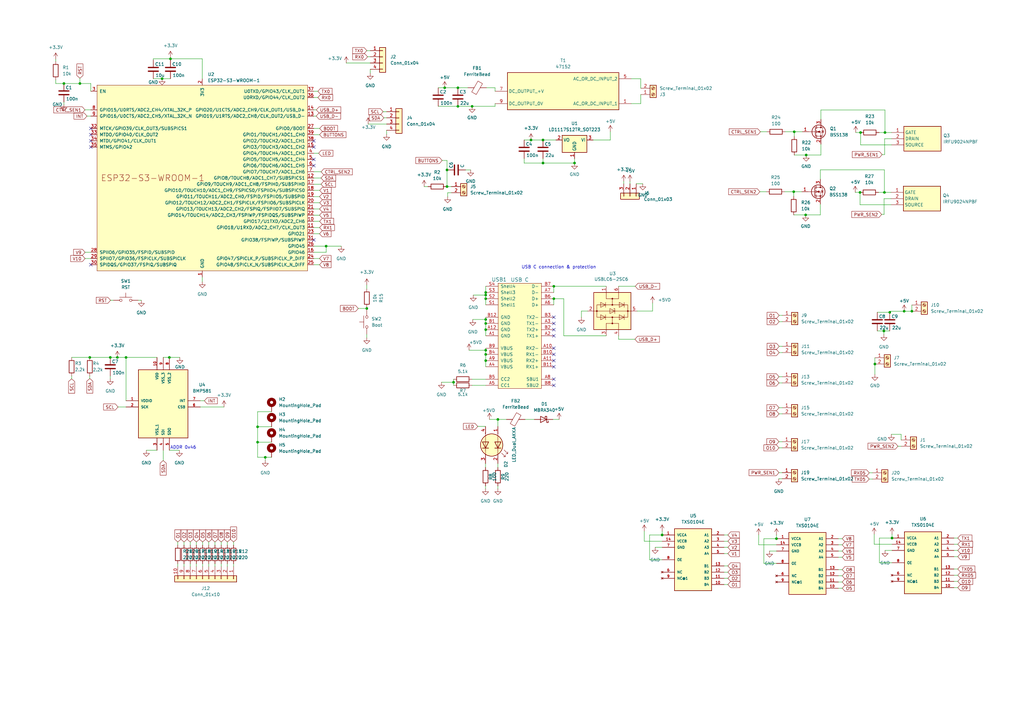
<source format=kicad_sch>
(kicad_sch (version 20230121) (generator eeschema)
  (paper "A3")
  (lib_symbols
    (symbol "BMP581:BMP581" (pin_names (offset 1.016))
      (property "Reference" "U" (at 26.67 17.78 0))
      (property "Value" "BMP581" (at 26.67 15.24 0))
      (symbol "BMP581_0_0"
        (pin bidirectional line (at 0 0 0) (length 5.08) (name "VDDIO") (number "1"))
        (pin bidirectional line (at 12.7 17.78 270) (length 5.08) (name "VDD") (number "10"))
        (pin bidirectional line (at 0 -2.54 0) (length 5.08) (name "SCK") (number "2"))
        (pin bidirectional line (at 12.7 -20.32 90) (length 5.08) (name "VSS_1") (number "3"))
        (pin bidirectional line (at 15.24 -20.32 90) (length 5.08) (name "SDI") (number "4"))
        (pin bidirectional line (at 17.78 -20.32 90) (length 5.08) (name "SDO") (number "5"))
        (pin bidirectional line (at 30.48 -2.54 180) (length 5.08) (name "CSB") (number "6"))
        (pin bidirectional line (at 30.48 0 180) (length 5.08) (name "INT") (number "7"))
        (pin bidirectional line (at 17.78 17.78 270) (length 5.08) (name "VSS_2") (number "8"))
        (pin bidirectional line (at 15.24 17.78 270) (length 5.08) (name "VSS_3") (number "9"))
      )
    )
    (symbol "Connector:Screw_Terminal_01x02" (pin_names (offset 1.016) hide)
      (property "Reference" "J" (at 0 2.54 0))
      (property "Value" "Screw_Terminal_01x02" (at 0 -5.08 0))
      (symbol "Screw_Terminal_01x02_1_1"
        (pin passive line (at -5.08 0 0) (length 3.81) (name "Pin_1") (number "1"))
        (pin passive line (at -5.08 -2.54 0) (length 3.81) (name "Pin_2") (number "2"))
      )
    )
    (symbol "Connector_Generic:Conn_01x03" (pin_names (offset 1.016) hide)
      (property "Reference" "J" (at 0 5.08 0))
      (property "Value" "Conn_01x03" (at 0 -5.08 0))
      (symbol "Conn_01x03_1_1"
        (pin passive line (at -5.08 2.54 0) (length 3.81) (name "Pin_1") (number "1"))
        (pin passive line (at -5.08 0 0) (length 3.81) (name "Pin_2") (number "2"))
        (pin passive line (at -5.08 -2.54 0) (length 3.81) (name "Pin_3") (number "3"))
      )
    )
    (symbol "Connector_Generic:Conn_01x04" (pin_names (offset 1.016) hide)
      (property "Reference" "J" (at 0 5.08 0))
      (property "Value" "Conn_01x04" (at 0 -7.62 0))
      (symbol "Conn_01x04_1_1"
        (pin passive line (at -5.08 2.54 0) (length 3.81) (name "Pin_1") (number "1"))
        (pin passive line (at -5.08 0 0) (length 3.81) (name "Pin_2") (number "2"))
        (pin passive line (at -5.08 -2.54 0) (length 3.81) (name "Pin_3") (number "3"))
        (pin passive line (at -5.08 -5.08 0) (length 3.81) (name "Pin_4") (number "4"))
      )
    )
    (symbol "Connector_Generic:Conn_01x10" (pin_names (offset 1.016) hide)
      (property "Reference" "J" (at 0 12.7 0))
      (property "Value" "Conn_01x10" (at 0 -15.24 0))
      (symbol "Conn_01x10_1_1"
        (pin passive line (at -5.08 10.16 0) (length 3.81) (name "Pin_1") (number "1"))
        (pin passive line (at -5.08 -12.7 0) (length 3.81) (name "Pin_10") (number "10"))
        (pin passive line (at -5.08 7.62 0) (length 3.81) (name "Pin_2") (number "2"))
        (pin passive line (at -5.08 5.08 0) (length 3.81) (name "Pin_3") (number "3"))
        (pin passive line (at -5.08 2.54 0) (length 3.81) (name "Pin_4") (number "4"))
        (pin passive line (at -5.08 0 0) (length 3.81) (name "Pin_5") (number "5"))
        (pin passive line (at -5.08 -2.54 0) (length 3.81) (name "Pin_6") (number "6"))
        (pin passive line (at -5.08 -5.08 0) (length 3.81) (name "Pin_7") (number "7"))
        (pin passive line (at -5.08 -7.62 0) (length 3.81) (name "Pin_8") (number "8"))
        (pin passive line (at -5.08 -10.16 0) (length 3.81) (name "Pin_9") (number "9"))
      )
    )
    (symbol "Device:C" (pin_numbers hide) (pin_names (offset 0.254))
      (property "Reference" "C" (at 0.635 2.54 0))
      (property "Value" "C" (at 0.635 -2.54 0))
      (symbol "C_1_1"
        (pin passive line (at 0 3.81 270) (length 2.794) (name "~") (number "1"))
        (pin passive line (at 0 -3.81 90) (length 2.794) (name "~") (number "2"))
      )
    )
    (symbol "Device:FerriteBead" (pin_numbers hide) (pin_names (offset 0))
      (property "Reference" "FB" (at -3.81 0.635 90))
      (property "Value" "FerriteBead" (at 3.81 0 90))
      (symbol "FerriteBead_1_1"
        (pin passive line (at 0 3.81 270) (length 2.54) (name "~") (number "1"))
        (pin passive line (at 0 -3.81 90) (length 2.54) (name "~") (number "2"))
      )
    )
    (symbol "Device:LED_Dual_AKKA" (pin_names (offset 0) hide)
      (property "Reference" "D" (at 0 5.715 0))
      (property "Value" "LED_Dual_AKKA" (at 0 -6.35 0))
      (symbol "LED_Dual_AKKA_1_1"
        (pin input line (at -7.62 2.54 0) (length 3.048) (name "A1") (number "1"))
        (pin input line (at 7.62 2.54 180) (length 3.81) (name "K1") (number "2"))
        (pin input line (at 7.62 -2.54 180) (length 3.81) (name "K2") (number "3"))
        (pin input line (at -7.62 -2.54 0) (length 3.048) (name "A2") (number "4"))
      )
    )
    (symbol "Device:R" (pin_numbers hide) (pin_names (offset 0))
      (property "Reference" "R" (at 2.032 0 90))
      (property "Value" "R" (at 0 0 90))
      (symbol "R_1_1"
        (pin passive line (at 0 3.81 270) (length 1.27) (name "~") (number "1"))
        (pin passive line (at 0 -3.81 90) (length 1.27) (name "~") (number "2"))
      )
    )
    (symbol "Diode:MBRA340" (pin_numbers hide) (pin_names hide)
      (property "Reference" "D" (at 0 2.54 0))
      (property "Value" "MBRA340" (at 0 -2.54 0))
      (symbol "MBRA340_1_1"
        (pin passive line (at -3.81 0 0) (length 2.54) (name "K") (number "1"))
        (pin passive line (at 3.81 0 180) (length 2.54) (name "A") (number "2"))
      )
    )
    (symbol "IRFU9024N:IRFU9024NPBF"
      (property "Reference" "Q" (at 21.59 7.62 0))
      (property "Value" "IRFU9024NPBF" (at 21.59 5.08 0))
      (symbol "IRFU9024NPBF_1_1"
        (pin passive line (at 0 0 0) (length 5.08) (name "GATE") (number "1"))
        (pin passive line (at 0 -2.54 0) (length 5.08) (name "DRAIN") (number "2"))
        (pin passive line (at 0 -5.08 0) (length 5.08) (name "SOURCE") (number "3"))
      )
    )
    (symbol "KiCAD_Lib:USB C" (pin_names (offset 1.016))
      (property "Reference" "USB" (at 0 -22.86 0))
      (property "Value" "USB C" (at 0 25.4 0))
      (symbol "USB C_1_1"
        (pin input line (at 13.97 1.27 180) (length 5.08) (name "GND") (number "A1"))
        (pin input line (at -13.97 6.35 0) (length 5.08) (name "RX2-") (number "A10"))
        (pin input line (at -13.97 11.43 0) (length 5.08) (name "RX2+") (number "A11"))
        (pin input line (at 13.97 -1.27 180) (length 5.08) (name "GND") (number "A12"))
        (pin input line (at -13.97 1.27 0) (length 5.08) (name "TX1+") (number "A2"))
        (pin input line (at -13.97 -3.81 0) (length 5.08) (name "TX1-") (number "A3"))
        (pin input line (at 13.97 13.97 180) (length 5.08) (name "VBUS") (number "A4"))
        (pin input line (at 13.97 21.59 180) (length 5.08) (name "CC1") (number "A5"))
        (pin input line (at -13.97 -11.43 0) (length 5.08) (name "D+") (number "A6"))
        (pin input line (at -13.97 -16.51 0) (length 5.08) (name "D-") (number "A7"))
        (pin input line (at -13.97 19.05 0) (length 5.08) (name "SBU1") (number "A8"))
        (pin input line (at 13.97 11.43 180) (length 5.08) (name "VBUS") (number "A9"))
        (pin input line (at 13.97 -3.81 180) (length 5.08) (name "GND") (number "B1"))
        (pin input line (at -13.97 8.89 0) (length 5.08) (name "RX1-") (number "B10"))
        (pin input line (at -13.97 13.97 0) (length 5.08) (name "RX1+") (number "B11"))
        (pin input line (at 13.97 -6.35 180) (length 5.08) (name "GND") (number "B12"))
        (pin input line (at -13.97 -1.27 0) (length 5.08) (name "TX2+") (number "B2"))
        (pin input line (at -13.97 -6.35 0) (length 5.08) (name "TX2-") (number "B3"))
        (pin input line (at 13.97 8.89 180) (length 5.08) (name "VBUS") (number "B4"))
        (pin input line (at 13.97 19.05 180) (length 5.08) (name "CC2") (number "B5"))
        (pin input line (at -13.97 -13.97 0) (length 5.08) (name "D+") (number "B6"))
        (pin input line (at -13.97 -19.05 0) (length 5.08) (name "D-") (number "B7"))
        (pin input line (at -13.97 21.59 0) (length 5.08) (name "SBU2") (number "B8"))
        (pin input line (at 13.97 6.35 180) (length 5.08) (name "VBUS") (number "B9"))
        (pin input line (at 13.97 -11.43 180) (length 5.08) (name "Shell1") (number "S1"))
        (pin input line (at 13.97 -13.97 180) (length 5.08) (name "Shell2") (number "S2"))
        (pin input line (at 13.97 -16.51 180) (length 5.08) (name "Shell3") (number "S3"))
        (pin input line (at 13.97 -19.05 180) (length 5.08) (name "Shell4") (number "S4"))
      )
    )
    (symbol "MYRRA 47152:47152"
      (property "Reference" "T" (at 13.97 0 0))
      (property "Value" "47152" (at 13.97 -2.54 0))
      (symbol "47152_1_1"
        (pin passive line (at 0 -55.88 90) (length 5.08) (name "AC_OR_DC_INPUT_1") (number "1"))
        (pin passive line (at 10.16 -55.88 90) (length 5.08) (name "AC_OR_DC_INPUT_2") (number "5"))
        (pin passive line (at 5.08 0 270) (length 5.08) (name "DC_OUTPUT_+V") (number "7"))
        (pin passive line (at 0 0 270) (length 5.08) (name "DC_OUTPUT_0V") (number "9"))
      )
    )
    (symbol "Mechanical:MountingHole_Pad" (pin_numbers hide) (pin_names (offset 1.016) hide)
      (property "Reference" "H" (at 0 6.35 0))
      (property "Value" "MountingHole_Pad" (at 0 4.445 0))
      (symbol "MountingHole_Pad_1_1"
        (pin input line (at 0 -2.54 90) (length 2.54) (name "1") (number "1"))
      )
    )
    (symbol "PCM_Espressif:ESP32-S3-WROOM-1" (pin_names (offset 1.016))
      (property "Reference" "U" (at -43.18 43.18 0))
      (property "Value" "ESP32-S3-WROOM-1" (at -43.18 40.64 0))
      (symbol "ESP32-S3-WROOM-1_0_0"
        (text "ESP32-S3-WROOM-1" (at -20.32 0 0) (effects (font (size 2.54 2.54))))
        (pin power_in line (at 0 -40.64 90) (length 2.54) (name "GND") (number "1"))
        (pin bidirectional line (at 45.72 -17.78 180) (length 2.54) (name "GPIO17/U1TXD/ADC2_CH6") (number "10"))
        (pin bidirectional line (at 45.72 -20.32 180) (length 2.54) (name "GPIO18/U1RXD/ADC2_CH7/CLK_OUT3") (number "11"))
        (pin bidirectional line (at 45.72 0 180) (length 2.54) (name "GPIO8/TOUCH8/ADC1_CH7/SUBSPICS1") (number "12"))
        (pin bidirectional line (at 45.72 25.4 180) (length 2.54) (name "GPIO19/U1RTS/ADC2_CH8/CLK_OUT2/USB_D-") (number "13"))
        (pin bidirectional line (at 45.72 27.94 180) (length 2.54) (name "GPIO20/U1CTS/ADC2_CH9/CLK_OUT1/USB_D+") (number "14"))
        (pin bidirectional line (at 45.72 12.7 180) (length 2.54) (name "GPIO3/TOUCH3/ADC1_CH2") (number "15"))
        (pin bidirectional line (at 45.72 -30.48 180) (length 2.54) (name "GPIO46") (number "16"))
        (pin bidirectional line (at 45.72 -2.54 180) (length 2.54) (name "GPIO9/TOUCH9/ADC1_CH8/FSPIHD/SUBSPIHD") (number "17"))
        (pin bidirectional line (at 45.72 -5.08 180) (length 2.54) (name "GPIO10/TOUCH10/ADC1_CH9/FSPICS0/FSPIIO4/SUBSPICS0") (number "18"))
        (pin bidirectional line (at 45.72 -7.62 180) (length 2.54) (name "GPIO11/TOUCH11/ADC2_CH0/FSPID/FSPIIO5/SUBSPID") (number "19"))
        (pin power_in line (at 0 40.64 270) (length 2.54) (name "3V3") (number "2"))
        (pin bidirectional line (at 45.72 -10.16 180) (length 2.54) (name "GPIO12/TOUCH12/ADC2_CH1/FSPICLK/FSPIIO6/SUBSPICLK") (number "20"))
        (pin bidirectional line (at 45.72 -12.7 180) (length 2.54) (name "GPIO13/TOUCH13/ADC2_CH2/FSPIQ/FSPIIO7/SUBSPIQ") (number "21"))
        (pin bidirectional line (at 45.72 -15.24 180) (length 2.54) (name "GPIO14/TOUCH14/ADC2_CH3/FSPIWP/FSPIDQS/SUBSPIWP") (number "22"))
        (pin bidirectional line (at 45.72 -22.86 180) (length 2.54) (name "GPIO21") (number "23"))
        (pin bidirectional line (at 45.72 -33.02 180) (length 2.54) (name "GPIO47/SPICLK_P/SUBSPICLK_P_DIFF") (number "24"))
        (pin bidirectional line (at 45.72 -35.56 180) (length 2.54) (name "GPIO48/SPICLK_N/SUBSPICLK_N_DIFF") (number "25"))
        (pin bidirectional line (at 45.72 -27.94 180) (length 2.54) (name "GPIO45") (number "26"))
        (pin bidirectional line (at 45.72 20.32 180) (length 2.54) (name "GPIO0/BOOT") (number "27"))
        (pin bidirectional line (at -45.72 -30.48 0) (length 2.54) (name "SPIIO6/GPIO35/FSPID/SUBSPID") (number "28"))
        (pin bidirectional line (at -45.72 -33.02 0) (length 2.54) (name "SPIIO7/GPIO36/FSPICLK/SUBSPICLK") (number "29"))
        (pin input line (at -45.72 35.56 0) (length 2.54) (name "EN") (number "3"))
        (pin bidirectional line (at -45.72 -35.56 0) (length 2.54) (name "SPIDQS/GPIO37/FSPIQ/SUBSPIQ") (number "30"))
        (pin bidirectional line (at 45.72 -25.4 180) (length 2.54) (name "GPIO38/FSPIWP/SUBSPIWP") (number "31"))
        (pin bidirectional line (at -45.72 20.32 0) (length 2.54) (name "MTCK/GPIO39/CLK_OUT3/SUBSPICS1") (number "32"))
        (pin bidirectional line (at -45.72 17.78 0) (length 2.54) (name "MTDO/GPIO40/CLK_OUT2") (number "33"))
        (pin bidirectional line (at -45.72 15.24 0) (length 2.54) (name "MTDI/GPIO41/CLK_OUT1") (number "34"))
        (pin bidirectional line (at -45.72 12.7 0) (length 2.54) (name "MTMS/GPIO42") (number "35"))
        (pin bidirectional line (at 45.72 33.02 180) (length 2.54) (name "U0RXD/GPIO44/CLK_OUT2") (number "36"))
        (pin bidirectional line (at 45.72 35.56 180) (length 2.54) (name "U0TXD/GPIO43/CLK_OUT1") (number "37"))
        (pin bidirectional line (at 45.72 15.24 180) (length 2.54) (name "GPIO2/TOUCH2/ADC1_CH1") (number "38"))
        (pin bidirectional line (at 45.72 17.78 180) (length 2.54) (name "GPIO1/TOUCH1/ADC1_CH0") (number "39"))
        (pin bidirectional line (at 45.72 10.16 180) (length 2.54) (name "GPIO4/TOUCH4/ADC1_CH3") (number "4"))
        (pin passive line (at 0 -40.64 90) (length 2.54) hide (name "GND") (number "40"))
        (pin passive line (at 0 -40.64 90) (length 2.54) hide (name "GND") (number "41"))
        (pin bidirectional line (at 45.72 7.62 180) (length 2.54) (name "GPIO5/TOUCH5/ADC1_CH4") (number "5"))
        (pin bidirectional line (at 45.72 5.08 180) (length 2.54) (name "GPIO6/TOUCH6/ADC1_CH5") (number "6"))
        (pin bidirectional line (at 45.72 2.54 180) (length 2.54) (name "GPIO7/TOUCH7/ADC1_CH6") (number "7"))
        (pin bidirectional line (at -45.72 27.94 0) (length 2.54) (name "GPIO15/U0RTS/ADC2_CH4/XTAL_32K_P") (number "8"))
        (pin bidirectional line (at -45.72 25.4 0) (length 2.54) (name "GPIO16/U0CTS/ADC2_CH5/XTAL_32K_N") (number "9"))
      )
    )
    (symbol "Power_Protection:USBLC6-2SC6" (pin_names hide)
      (property "Reference" "U" (at 2.54 8.89 0))
      (property "Value" "USBLC6-2SC6" (at 2.54 -8.89 0))
      (symbol "USBLC6-2SC6_1_1"
        (pin passive line (at -10.16 -2.54 0) (length 2.54) (name "I/O1") (number "1"))
        (pin passive line (at 0 -10.16 90) (length 2.54) (name "GND") (number "2"))
        (pin passive line (at 10.16 -2.54 180) (length 2.54) (name "I/O2") (number "3"))
        (pin passive line (at 10.16 2.54 180) (length 2.54) (name "I/O2") (number "4"))
        (pin passive line (at 0 10.16 270) (length 2.54) (name "VBUS") (number "5"))
        (pin passive line (at -10.16 2.54 0) (length 2.54) (name "I/O1") (number "6"))
      )
    )
    (symbol "Regulator_Linear:LD1117S12TR_SOT223"
      (property "Reference" "U" (at -3.81 3.175 0))
      (property "Value" "LD1117S12TR_SOT223" (at 0 3.175 0))
      (symbol "LD1117S12TR_SOT223_1_1"
        (pin power_in line (at 0 -7.62 90) (length 2.54) (name "GND") (number "1"))
        (pin power_out line (at 7.62 0 180) (length 2.54) (name "VO") (number "2"))
        (pin power_in line (at -7.62 0 0) (length 2.54) (name "VI") (number "3"))
      )
    )
    (symbol "Switch:SW_Push" (pin_numbers hide) (pin_names (offset 1.016) hide)
      (property "Reference" "SW" (at 1.27 2.54 0))
      (property "Value" "SW_Push" (at 0 -1.524 0))
      (symbol "SW_Push_0_1"
        (pin passive line (at -5.08 0 0) (length 2.54) (name "1") (number "1"))
        (pin passive line (at 5.08 0 180) (length 2.54) (name "2") (number "2"))
      )
    )
    (symbol "TXS0104E:TXS0104E" (pin_names (offset 1.016))
      (property "Reference" "U" (at 0 -5.08 0))
      (property "Value" "TXS0104E" (at 0 -2.54 0))
      (symbol "TXS0104E_0_0"
        (pin passive line (at -2.54 27.94 0) (length 5.08) (name "VCCA") (number "1"))
        (pin bidirectional line (at 22.86 7.62 180) (length 5.08) (name "B4") (number "10"))
        (pin bidirectional line (at 22.86 10.16 180) (length 5.08) (name "B3") (number "11"))
        (pin bidirectional line (at 22.86 12.7 180) (length 5.08) (name "B2") (number "12"))
        (pin bidirectional line (at 22.86 15.24 180) (length 5.08) (name "B1") (number "13"))
        (pin passive line (at -2.54 25.4 0) (length 5.08) (name "VCCB") (number "14"))
        (pin bidirectional line (at 22.86 27.94 180) (length 5.08) (name "A1") (number "2"))
        (pin bidirectional line (at 22.86 25.4 180) (length 5.08) (name "A2") (number "3"))
        (pin bidirectional line (at 22.86 22.86 180) (length 5.08) (name "A3") (number "4"))
        (pin bidirectional line (at 22.86 20.32 180) (length 5.08) (name "A4") (number "5"))
        (pin no_connect line (at -2.54 12.7 0) (length 5.08) (name "NC") (number "6"))
        (pin passive line (at -2.54 22.86 0) (length 5.08) (name "GND") (number "7"))
        (pin input line (at -2.54 17.78 0) (length 5.08) (name "OE") (number "8"))
        (pin no_connect line (at -2.54 10.16 0) (length 5.08) (name "NC@1") (number "9"))
      )
    )
    (symbol "Transistor_FET:BSS138" (pin_names hide)
      (property "Reference" "Q" (at 5.08 1.905 0))
      (property "Value" "BSS138" (at 5.08 0 0))
      (symbol "BSS138_1_1"
        (pin input line (at -5.08 0 0) (length 2.54) (name "G") (number "1"))
        (pin passive line (at 2.54 -5.08 90) (length 2.54) (name "S") (number "2"))
        (pin passive line (at 2.54 5.08 270) (length 2.54) (name "D") (number "3"))
      )
    )
    (symbol "power:+3.3V" (power) (pin_names (offset 0))
      (property "Value" "+3.3V" (at 0 3.556 0))
      (symbol "+3.3V_1_1"
        (pin power_in line (at 0 0 90) (length 0) hide (name "+3.3V") (number "1"))
      )
    )
    (symbol "power:+5V" (power) (pin_names (offset 0))
      (property "Value" "+5V" (at 0 3.556 0))
      (symbol "+5V_1_1"
        (pin power_in line (at 0 0 90) (length 0) hide (name "+5V") (number "1"))
      )
    )
    (symbol "power:+5VD" (power) (pin_names (offset 0))
      (property "Value" "+5VD" (at 0 3.556 0))
      (symbol "+5VD_1_1"
        (pin power_in line (at 0 0 90) (length 0) hide (name "+5VD") (number "1"))
      )
    )
    (symbol "power:GND" (power) (pin_names (offset 0))
      (property "Value" "GND" (at 0 -3.81 0))
      (symbol "GND_1_1"
        (pin power_in line (at 0 0 270) (length 0) hide (name "GND") (number "1"))
      )
    )
  )
  (junction (at 330.65 63.58))
  (junction (at 227.15 117.42))
  (junction (at 51.69 146.6))
  (junction (at 358.84 149.3))
  (junction (at 352.96 54.35))
  (junction (at 199.21 145.36))
  (junction (at 193.63 43.62))
  (junction (at 318.47 220.93))
  (junction (at 45.23 146.6))
  (junction (at 69.92 24.14))
  (junction (at 187.81 36))
  (junction (at 26.22 34.25))
  (junction (at 217.79 57.42))
  (junction (at 365.86 220.68))
  (junction (at 183.34 69.7))
  (junction (at 183.34 76.52))
  (junction (at 352.74 78.92))
  (junction (at 105.64 175.06))
  (junction (at 108.81 187.57))
  (junction (at 199.21 143.64))
  (junction (at 199.21 147.9))
  (junction (at 222.71 57.42))
  (junction (at 133.76 100.95))
  (junction (at 325.76 54.05))
  (junction (at 199.21 122.5))
  (junction (at 32.78 34.25))
  (junction (at 362.53 135.73))
  (junction (at 187.81 43.62))
  (junction (at 370.84 127.64))
  (junction (at 69.47 146.6))
  (junction (at 48.14 146.6))
  (junction (at 105.64 181.35))
  (junction (at 182.38 36))
  (junction (at 362.97 54.35))
  (junction (at 199.21 135.2))
  (junction (at 36.83 146.6))
  (junction (at 362.75 78.92))
  (junction (at 330.43 88.15))
  (junction (at 364.95 128.11))
  (junction (at 186.02 156.78))
  (junction (at 199.21 121.02))
  (junction (at 199.21 119.96))
  (junction (at 150.45 126.52))
  (junction (at 204.21 172.03))
  (junction (at 235.64 66.87))
  (junction (at 222.71 66.87))
  (junction (at 66.48 32.25))
  (junction (at 325.54 78.62))
  (junction (at 199.21 132.66))
  (junction (at 199.21 131.03))
  (junction (at 374.01 127.64))
  (junction (at 271.57 219.42))
  (junction (at 227.15 122.5))
  (no_connect (at 227.15 137.74))
  (no_connect (at 227.15 135.2))
  (no_connect (at 227.15 150.44))
  (no_connect (at 227.15 147.9))
  (no_connect (at 128.7 65.39))
  (no_connect (at 227.15 155.52))
  (no_connect (at 128.7 67.93))
  (no_connect (at 37.26 60.31))
  (no_connect (at 227.15 130.12))
  (no_connect (at 37.26 108.57))
  (no_connect (at 227.15 145.36))
  (no_connect (at 128.7 60.31))
  (no_connect (at 128.7 98.41))
  (no_connect (at 227.15 142.82))
  (no_connect (at 37.26 55.23))
  (no_connect (at 37.26 57.77))
  (no_connect (at 227.15 132.66))
  (no_connect (at 37.26 52.69))
  (no_connect (at 227.15 158.06))
  (no_connect (at 128.7 57.77))
  (wire (pts (xy 150.74 23.3) (xy 151.86 23.3)))
  (wire (pts (xy 311.14 223.47) (xy 318.47 223.47)))
  (wire (pts (xy 238.48 127.58) (xy 238.48 130.14)))
  (wire (pts (xy 362.81 63.39) (xy 361.81 63.39)))
  (wire (pts (xy 352.74 84) (xy 352.74 78.92)))
  (wire (pts (xy 343.87 241.25) (xy 345.44 241.25)))
  (wire (pts (xy 258.92 42.49) (xy 262.8 42.49)))
  (wire (pts (xy 105.64 175.06) (xy 105.64 168.84)))
  (wire (pts (xy 343.87 236.17) (xy 345.44 236.17)))
  (wire (pts (xy 26.22 41.87) (xy 26.22 42.9)))
  (wire (pts (xy 362.81 56.89) (xy 362.81 63.39)))
  (wire (pts (xy 241 127.58) (xy 238.48 127.58)))
  (wire (pts (xy 150.45 137.14) (xy 150.45 138.5)))
  (wire (pts (xy 105.64 187.57) (xy 105.64 181.35)))
  (wire (pts (xy 150.98 50.88) (xy 158.55 50.88)))
  (wire (pts (xy 48.4 166.92) (xy 51.69 166.92)))
  (wire (pts (xy 66.93 146.6) (xy 69.47 146.6)))
  (wire (pts (xy 32.78 34.25) (xy 37.26 34.25)))
  (wire (pts (xy 343.87 228.55) (xy 345.44 228.55)))
  (wire (pts (xy 260.92 75.37) (xy 263.64 75.37)))
  (wire (pts (xy 173.95 76.52) (xy 175.5 76.52)))
  (wire (pts (xy 365.65 56.89) (xy 362.81 56.89)))
  (wire (pts (xy 48.14 146.6) (xy 51.69 146.6)))
  (wire (pts (xy 363 225.76) (xy 365.86 225.76)))
  (wire (pts (xy 128.7 88.25) (xy 131.06 88.25)))
  (wire (pts (xy 243.26 57.42) (xy 250.34 57.42)))
  (wire (pts (xy 128.7 106.03) (xy 131.06 106.03)))
  (wire (pts (xy 193.63 43.62) (xy 203.04 43.62)))
  (wire (pts (xy 235.64 65.04) (xy 235.64 66.87)))
  (wire (pts (xy 296.97 239.74) (xy 298.54 239.74)))
  (wire (pts (xy 311.14 219.37) (xy 311.14 223.47)))
  (wire (pts (xy 142.02 25.84) (xy 151.86 25.84)))
  (wire (pts (xy 150.45 116.9) (xy 150.45 118.45)))
  (wire (pts (xy 296.97 224.5) (xy 298.54 224.5)))
  (wire (pts (xy 253.7 139.14) (xy 253.7 137.74)))
  (wire (pts (xy 319.58 142.06) (xy 320.88 142.06)))
  (wire (pts (xy 311.88 54.05) (xy 314.49 54.05)))
  (wire (pts (xy 260.42 139.14) (xy 253.7 139.14)))
  (wire (pts (xy 365.43 81.46) (xy 362.59 81.46)))
  (wire (pts (xy 128.7 103.49) (xy 133.76 103.49)))
  (wire (pts (xy 192.37 143.64) (xy 199.21 143.64)))
  (wire (pts (xy 62.89 24.63) (xy 62.89 24.14)))
  (wire (pts (xy 26.22 34.25) (xy 32.78 34.25)))
  (wire (pts (xy 128.7 93.33) (xy 131.08 93.33)))
  (wire (pts (xy 78.01 231.2) (xy 78.01 232.34)))
  (wire (pts (xy 146.93 126.52) (xy 150.45 126.52)))
  (wire (pts (xy 179.71 43.62) (xy 187.81 43.62)))
  (wire (pts (xy 51.69 146.6) (xy 64.39 146.6)))
  (wire (pts (xy 62.89 24.14) (xy 69.92 24.14)))
  (wire (pts (xy 60.04 184.7) (xy 64.39 184.7)))
  (wire (pts (xy 313.31 231.09) (xy 313.31 220.93)))
  (wire (pts (xy 231.26 137.74) (xy 231.26 122.5)))
  (wire (pts (xy 83.09 222.28) (xy 83.09 223.58)))
  (wire (pts (xy 66.93 184.7) (xy 66.93 188.88)))
  (wire (pts (xy 343.87 220.93) (xy 345.44 220.93)))
  (wire (pts (xy 369.58 178.16) (xy 369.58 180.46)))
  (wire (pts (xy 82.17 166.92) (xy 91.88 166.92)))
  (wire (pts (xy 66.48 32.25) (xy 69.92 32.25)))
  (wire (pts (xy 82.98 113.65) (xy 82.98 115.53)))
  (wire (pts (xy 253.7 117.42) (xy 260.56 117.42)))
  (wire (pts (xy 271.57 229.58) (xy 266.41 229.58)))
  (wire (pts (xy 391.26 233.38) (xy 392.83 233.38)))
  (wire (pts (xy 271.57 217.84) (xy 271.57 219.42)))
  (wire (pts (xy 204.21 172.03) (xy 204.21 174.9)))
  (wire (pts (xy 358.53 219.12) (xy 358.53 223.22)))
  (wire (pts (xy 128.7 45.07) (xy 129.75 45.07)))
  (wire (pts (xy 365.86 219.1) (xy 365.86 220.68)))
  (wire (pts (xy 199.21 121.02) (xy 199.21 122.5)))
  (wire (pts (xy 75.47 222.28) (xy 75.47 223.58)))
  (wire (pts (xy 187.81 43.62) (xy 193.63 43.62)))
  (wire (pts (xy 37.26 103.49) (xy 34.9 103.49)))
  (wire (pts (xy 80.55 231.2) (xy 80.55 232.34)))
  (wire (pts (xy 88.17 222.28) (xy 88.17 223.58)))
  (wire (pts (xy 374.01 127.64) (xy 370.84 127.64)))
  (wire (pts (xy 368.28 183) (xy 369.58 183)))
  (wire (pts (xy 319.52 167.21) (xy 320.82 167.21)))
  (wire (pts (xy 258.38 74.37) (xy 258.38 75.37)))
  (wire (pts (xy 215.35 172.03) (xy 219.16 172.03)))
  (wire (pts (xy 325.54 78.62) (xy 325.54 80.53)))
  (wire (pts (xy 227.15 117.42) (xy 227.15 119.96)))
  (wire (pts (xy 258.92 32.33) (xy 262.8 32.33)))
  (wire (pts (xy 194.13 121.02) (xy 199.21 121.02)))
  (wire (pts (xy 93.25 231.2) (xy 93.25 232.34)))
  (wire (pts (xy 267.64 127.58) (xy 267.64 124.26)))
  (wire (pts (xy 37.26 37.45) (xy 37.26 34.25)))
  (wire (pts (xy 248.62 137.74) (xy 231.26 137.74)))
  (wire (pts (xy 358.84 149.3) (xy 358.84 153.53)))
  (wire (pts (xy 69.92 23.56) (xy 69.92 24.14)))
  (wire (pts (xy 36.83 154.22) (xy 36.83 155.26)))
  (wire (pts (xy 183.34 65.82) (xy 183.34 69.7)))
  (wire (pts (xy 183.59 79.06) (xy 183.59 80.66)))
  (wire (pts (xy 35.66 47.61) (xy 37.26 47.61)))
  (wire (pts (xy 186.02 156.78) (xy 186.02 158.06)))
  (wire (pts (xy 362.97 54.35) (xy 365.65 54.35)))
  (wire (pts (xy 183.34 69.7) (xy 183.34 76.52)))
  (wire (pts (xy 199.21 131.03) (xy 199.21 132.66)))
  (wire (pts (xy 360.36 78.92) (xy 362.75 78.92)))
  (wire (pts (xy 362.53 135.73) (xy 364.95 135.73)))
  (wire (pts (xy 266.41 229.58) (xy 266.41 219.42)))
  (wire (pts (xy 203.04 36) (xy 203.04 37.41)))
  (wire (pts (xy 360.58 54.35) (xy 362.97 54.35)))
  (wire (pts (xy 315.61 226.01) (xy 318.47 226.01)))
  (wire (pts (xy 199.21 145.36) (xy 199.21 147.9)))
  (wire (pts (xy 82.98 32.37) (xy 82.98 24.14)))
  (wire (pts (xy 108.81 187.57) (xy 108.81 188.8)))
  (wire (pts (xy 214.97 65.04) (xy 214.97 66.87)))
  (wire (pts (xy 200.75 172.03) (xy 204.21 172.03)))
  (wire (pts (xy 128.7 73.01) (xy 131.67 73.01)))
  (wire (pts (xy 296.97 232.12) (xy 298.54 232.12)))
  (wire (pts (xy 36.83 146.6) (xy 45.23 146.6)))
  (wire (pts (xy 108.81 187.57) (xy 105.64 187.57)))
  (wire (pts (xy 183.34 76.52) (xy 185.14 76.52)))
  (wire (pts (xy 325.76 54.05) (xy 325.76 55.96)))
  (wire (pts (xy 268.71 224.5) (xy 271.57 224.5)))
  (wire (pts (xy 336.48 73.54) (xy 336.48 69.68)))
  (wire (pts (xy 370.84 127.64) (xy 364.95 127.64)))
  (wire (pts (xy 150.45 126.52) (xy 150.45 126.98)))
  (wire (pts (xy 319.48 183.69) (xy 320.78 183.69)))
  (wire (pts (xy 330.65 63.58) (xy 336.7 63.58)))
  (wire (pts (xy 128.7 47.61) (xy 129.69 47.61)))
  (wire (pts (xy 75.47 231.2) (xy 75.47 232.34)))
  (wire (pts (xy 45.23 154.22) (xy 45.23 155.25)))
  (wire (pts (xy 264.24 221.96) (xy 271.57 221.96)))
  (wire (pts (xy 182.38 36) (xy 187.81 36)))
  (wire (pts (xy 181.33 65.82) (xy 183.34 65.82)))
  (wire (pts (xy 29.37 146.6) (xy 36.83 146.6)))
  (wire (pts (xy 151.86 28.38) (xy 151.86 29.98)))
  (wire (pts (xy 359.83 135.73) (xy 362.53 135.73)))
  (wire (pts (xy 343.87 223.47) (xy 345.44 223.47)))
  (wire (pts (xy 193.64 155.52) (xy 199.21 155.52)))
  (wire (pts (xy 362.53 135.73) (xy 362.53 137.17)))
  (wire (pts (xy 193.92 131.03) (xy 199.21 131.03)))
  (wire (pts (xy 128.7 95.87) (xy 131.06 95.87)))
  (wire (pts (xy 128.7 62.85) (xy 130.69 62.85)))
  (wire (pts (xy 22.85 32.78) (xy 22.85 34.25)))
  (wire (pts (xy 78.01 222.28) (xy 78.01 223.58)))
  (wire (pts (xy 255.84 74.37) (xy 255.84 75.37)))
  (wire (pts (xy 296.97 219.42) (xy 298.54 219.42)))
  (wire (pts (xy 362.75 69.68) (xy 362.75 78.92)))
  (wire (pts (xy 296.97 221.96) (xy 298.54 221.96)))
  (wire (pts (xy 85.63 222.28) (xy 85.63 223.58)))
  (wire (pts (xy 319.41 196.38) (xy 320.79 196.38)))
  (wire (pts (xy 51.69 164.38) (xy 51.69 146.6)))
  (wire (pts (xy 214.97 57.42) (xy 217.79 57.42)))
  (wire (pts (xy 133.76 100.95) (xy 139.95 100.95)))
  (wire (pts (xy 111.37 187.57) (xy 108.81 187.57)))
  (wire (pts (xy 336.7 45.11) (xy 362.97 45.11)))
  (wire (pts (xy 296.97 237.2) (xy 298.54 237.2)))
  (wire (pts (xy 199.13 199.32) (xy 199.13 200.41)))
  (wire (pts (xy 330.43 88.15) (xy 336.48 88.15)))
  (wire (pts (xy 158.55 53.42) (xy 158.55 55.02)))
  (wire (pts (xy 85.63 231.2) (xy 85.63 232.34)))
  (wire (pts (xy 296.97 234.66) (xy 298.54 234.66)))
  (wire (pts (xy 318.47 219.35) (xy 318.47 220.93)))
  (wire (pts (xy 199.21 117.42) (xy 199.21 119.96)))
  (wire (pts (xy 128.7 37.45) (xy 130.38 37.45)))
  (wire (pts (xy 199.21 122.5) (xy 199.21 125.04)))
  (wire (pts (xy 69.47 146.6) (xy 73.77 146.6)))
  (wire (pts (xy 29.37 154.22) (xy 29.37 155.37)))
  (wire (pts (xy 128.7 108.57) (xy 131.06 108.57)))
  (wire (pts (xy 185.14 79.06) (xy 183.59 79.06)))
  (wire (pts (xy 319.57 131.91) (xy 320.87 131.91)))
  (wire (pts (xy 356.53 193.94) (xy 357.83 193.94)))
  (wire (pts (xy 365.86 230.84) (xy 360.7 230.84)))
  (wire (pts (xy 311.66 78.62) (xy 314.27 78.62)))
  (wire (pts (xy 150.45 126.07) (xy 150.45 126.52)))
  (wire (pts (xy 391.26 238.46) (xy 392.83 238.46)))
  (wire (pts (xy 318.47 231.09) (xy 313.31 231.09)))
  (wire (pts (xy 325.54 88.15) (xy 330.43 88.15)))
  (wire (pts (xy 83.09 231.2) (xy 83.09 232.34)))
  (wire (pts (xy 391.26 228.3) (xy 392.83 228.3)))
  (wire (pts (xy 319.58 144.6) (xy 320.88 144.6)))
  (wire (pts (xy 128.7 70.47) (xy 131.7 70.47)))
  (wire (pts (xy 128.7 85.71) (xy 131.06 85.71)))
  (wire (pts (xy 199.21 142.82) (xy 199.21 143.64)))
  (wire (pts (xy 336.7 48.97) (xy 336.7 45.11)))
  (wire (pts (xy 360.7 230.84) (xy 360.7 220.68)))
  (wire (pts (xy 227.15 117.42) (xy 248.62 117.42)))
  (wire (pts (xy 264.24 217.86) (xy 264.24 221.96)))
  (wire (pts (xy 82.17 164.38) (xy 83.84 164.38)))
  (wire (pts (xy 128.7 80.63) (xy 131.06 80.63)))
  (wire (pts (xy 157.13 45.8) (xy 158.55 45.8)))
  (wire (pts (xy 62.89 32.25) (xy 66.48 32.25)))
  (wire (pts (xy 82.98 24.14) (xy 69.92 24.14)))
  (wire (pts (xy 204.21 190.14) (xy 204.21 191.7)))
  (wire (pts (xy 336.48 69.68) (xy 362.75 69.68)))
  (wire (pts (xy 37.26 45.07) (xy 34.85 45.07)))
  (wire (pts (xy 105.64 181.35) (xy 105.64 175.06)))
  (wire (pts (xy 319.57 129.37) (xy 320.87 129.37)))
  (wire (pts (xy 128.7 100.95) (xy 133.76 100.95)))
  (wire (pts (xy 336.7 63.58) (xy 336.7 59.13)))
  (wire (pts (xy 190.96 69.7) (xy 193.03 69.7)))
  (wire (pts (xy 80.55 222.28) (xy 80.55 223.58)))
  (wire (pts (xy 199.21 135.2) (xy 199.21 137.74)))
  (wire (pts (xy 157.43 48.34) (xy 158.55 48.34)))
  (wire (pts (xy 105.64 181.35) (xy 111.38 181.35)))
  (wire (pts (xy 203.04 43.62) (xy 203.04 42.49)))
  (wire (pts (xy 261.32 127.58) (xy 267.64 127.58)))
  (wire (pts (xy 150.44 20.76) (xy 151.86 20.76)))
  (wire (pts (xy 350.75 78.92) (xy 352.74 78.92)))
  (wire (pts (xy 325.54 78.62) (xy 328.86 78.62)))
  (wire (pts (xy 69.92 24.14) (xy 69.92 24.63)))
  (wire (pts (xy 128.7 75.55) (xy 131.67 75.55)))
  (wire (pts (xy 72.93 222.28) (xy 72.93 223.58)))
  (wire (pts (xy 34.89 106.03) (xy 37.26 106.03)))
  (wire (pts (xy 95.79 222.28) (xy 95.79 223.58)))
  (wire (pts (xy 319.51 157.06) (xy 320.81 157.06)))
  (wire (pts (xy 374.01 125.1) (xy 374.01 127.64)))
  (wire (pts (xy 199.13 190.14) (xy 199.13 191.7)))
  (wire (pts (xy 88.17 231.2) (xy 88.17 232.34)))
  (wire (pts (xy 362.59 81.46) (xy 362.59 87.96)))
  (wire (pts (xy 186.02 155.52) (xy 186.02 156.78)))
  (wire (pts (xy 319.51 154.52) (xy 320.81 154.52)))
  (wire (pts (xy 69.47 184.7) (xy 73.58 184.7)))
  (wire (pts (xy 105.64 175.06) (xy 111.38 175.06)))
  (wire (pts (xy 358.53 223.22) (xy 365.86 223.22)))
  (wire (pts (xy 199.21 119.96) (xy 199.21 121.02)))
  (wire (pts (xy 321.89 78.62) (xy 325.54 78.62)))
  (wire (pts (xy 128.7 55.23) (xy 131.08 55.23)))
  (wire (pts (xy 319.52 169.75) (xy 320.82 169.75)))
  (wire (pts (xy 45.33 123.17) (xy 46.51 123.17)))
  (wire (pts (xy 250.34 57.42) (xy 250.34 54)))
  (wire (pts (xy 187.81 36) (xy 191.92 36)))
  (wire (pts (xy 362.97 45.11) (xy 362.97 54.35)))
  (wire (pts (xy 343.87 226.01) (xy 345.44 226.01)))
  (wire (pts (xy 183.12 76.52) (xy 183.34 76.52)))
  (wire (pts (xy 133.76 103.49) (xy 133.76 100.95)))
  (wire (pts (xy 313.31 220.93) (xy 318.47 220.93)))
  (wire (pts (xy 72.93 231.2) (xy 72.93 232.34)))
  (wire (pts (xy 322.11 54.05) (xy 325.76 54.05)))
  (wire (pts (xy 391.26 223.22) (xy 392.83 223.22)))
  (wire (pts (xy 195.94 174.9) (xy 199.13 174.9)))
  (wire (pts (xy 222.71 66.87) (xy 235.64 66.87)))
  (wire (pts (xy 343.87 233.63) (xy 345.44 233.63)))
  (wire (pts (xy 362.59 87.96) (xy 361.59 87.96)))
  (wire (pts (xy 231.26 122.5) (xy 227.15 122.5)))
  (wire (pts (xy 391.26 241) (xy 392.83 241)))
  (wire (pts (xy 45.23 146.6) (xy 48.14 146.6)))
  (wire (pts (xy 352.96 59.43) (xy 352.96 54.35)))
  (wire (pts (xy 199.54 36) (xy 203.04 36)))
  (wire (pts (xy 336.48 88.15) (xy 336.48 83.7)))
  (wire (pts (xy 128.7 90.79) (xy 131.08 90.79)))
  (wire (pts (xy 179.71 36) (xy 182.38 36)))
  (wire (pts (xy 90.71 231.2) (xy 90.71 232.34)))
  (wire (pts (xy 391.26 220.68) (xy 392.83 220.68)))
  (wire (pts (xy 343.87 238.71) (xy 345.44 238.71)))
  (wire (pts (xy 391.26 225.76) (xy 392.83 225.76)))
  (wire (pts (xy 128.7 78.09) (xy 131.12 78.09)))
  (wire (pts (xy 325.76 63.58) (xy 330.65 63.58)))
  (wire (pts (xy 90.71 222.28) (xy 90.71 223.58)))
  (wire (pts (xy 128.7 83.17) (xy 131.12 83.17)))
  (wire (pts (xy 359.83 128.11) (xy 364.95 128.11)))
  (wire (pts (xy 365.59 178.16) (xy 369.58 178.16)))
  (wire (pts (xy 296.97 227.04) (xy 298.54 227.04)))
  (wire (pts (xy 262.8 32.33) (xy 262.8 36.22)))
  (wire (pts (xy 362.75 78.92) (xy 365.43 78.92)))
  (wire (pts (xy 193.64 158.06) (xy 199.21 158.06)))
  (wire (pts (xy 95.79 231.2) (xy 95.79 232.34)))
  (wire (pts (xy 93.25 222.28) (xy 93.25 223.58)))
  (wire (pts (xy 199.21 130.12) (xy 199.21 131.03)))
  (wire (pts (xy 22.85 24.26) (xy 22.85 25.16)))
  (wire (pts (xy 266.41 219.42) (xy 271.57 219.42)))
  (wire (pts (xy 360.7 220.68) (xy 365.86 220.68)))
  (wire (pts (xy 204.21 172.03) (xy 207.73 172.03)))
  (wire (pts (xy 226.78 172.03) (xy 229.32 172.03)))
  (wire (pts (xy 22.85 34.25) (xy 26.22 34.25)))
  (wire (pts (xy 199.21 147.9) (xy 199.21 150.44)))
  (wire (pts (xy 204.21 199.32) (xy 204.21 200.41)))
  (wire (pts (xy 181.07 156.78) (xy 186.02 156.78)))
  (wire (pts (xy 128.7 52.69) (xy 131.12 52.69)))
  (wire (pts (xy 262.8 42.49) (xy 262.8 38.76)))
  (wire (pts (xy 358.84 146.76) (xy 358.84 149.3)))
  (wire (pts (xy 365.65 59.43) (xy 352.96 59.43)))
  (wire (pts (xy 32.78 32.08) (xy 32.78 34.25)))
  (wire (pts (xy 199.21 143.64) (xy 199.21 145.36)))
  (wire (pts (xy 319.49 193.84) (xy 320.79 193.84)))
  (wire (pts (xy 364.95 127.64) (xy 364.95 128.11)))
  (wire (pts (xy 105.64 168.84) (xy 111.39 168.84)))
  (wire (pts (xy 222.71 65.04) (xy 222.71 66.87)))
  (wire (pts (xy 56.67 123.17) (xy 57.98 123.17)))
  (wire (pts (xy 217.79 57.42) (xy 222.71 57.42)))
  (wire (pts (xy 214.97 66.87) (xy 222.71 66.87)))
  (wire (pts (xy 128.7 39.99) (xy 130.38 39.99)))
  (wire (pts (xy 350.97 54.35) (xy 352.96 54.35)))
  (wire (pts (xy 325.76 54.05) (xy 329.08 54.05)))
  (wire (pts (xy 199.21 132.66) (xy 199.21 135.2)))
  (wire (pts (xy 222.71 57.42) (xy 228.02 57.42)))
  (wire (pts (xy 356.5 196.48) (xy 357.83 196.48)))
  (wire (pts (xy 319.48 181.15) (xy 320.78 181.15)))
  (wire (pts (xy 227.15 122.5) (xy 227.15 125.04)))
  (wire (pts (xy 365.43 84) (xy 352.74 84)))
  (wire (pts (xy 391.26 235.92) (xy 392.83 235.92)))
  (text "USB C connection & protection" (at 213.87 110.41 0) (effects (font (size 1.27 1.27)) (justify left bottom)))
  (text "ADDR 0x46" (at 69.81 184.38 0) (effects (font (size 1.27 1.27)) (justify left bottom)))
  (global_label "SCL" (shape input) (at 157.13 45.8 180) (property "Intersheetrefs" "${INTERSHEET_REFS}" (effects hide)))
  (global_label "LED" (shape input) (at 195.94 174.9 180) (property "Intersheetrefs" "${INTERSHEET_REFS}" (effects hide)))
  (global_label "O9" (shape input) (at 392.83 241 0) (property "Intersheetrefs" "${INTERSHEET_REFS}" (effects hide)))
  (global_label "INT" (shape input) (at 83.84 164.38 0) (property "Intersheetrefs" "${INTERSHEET_REFS}" (effects hide)))
  (global_label "O5" (shape input) (at 83.09 222.28 90) (property "Intersheetrefs" "${INTERSHEET_REFS}" (effects hide)))
  (global_label "O8" (shape input) (at 319.52 169.75 180) (property "Intersheetrefs" "${INTERSHEET_REFS}" (effects hide)))
  (global_label "CTRL_SEN1" (shape input) (at 311.88 54.05 180) (property "Intersheetrefs" "${INTERSHEET_REFS}" (effects hide)))
  (global_label "RX0" (shape input) (at 150.74 23.3 180) (property "Intersheetrefs" "${INTERSHEET_REFS}" (effects hide)))
  (global_label "O7" (shape input) (at 319.52 167.21 180) (property "Intersheetrefs" "${INTERSHEET_REFS}" (effects hide)))
  (global_label "CTRL_SEN1" (shape input) (at 34.85 45.07 180) (property "Intersheetrefs" "${INTERSHEET_REFS}" (effects hide)))
  (global_label "USB_D-" (shape input) (at 129.69 47.61 0) (property "Intersheetrefs" "${INTERSHEET_REFS}" (effects hide)))
  (global_label "CTRL_SEN2" (shape input) (at 131.7 70.47 0) (property "Intersheetrefs" "${INTERSHEET_REFS}" (effects hide)))
  (global_label "TX0" (shape input) (at 150.44 20.76 180) (property "Intersheetrefs" "${INTERSHEET_REFS}" (effects hide)))
  (global_label "V10" (shape input) (at 392.83 225.76 0) (property "Intersheetrefs" "${INTERSHEET_REFS}" (effects hide)))
  (global_label "V3" (shape input) (at 298.54 221.96 0) (property "Intersheetrefs" "${INTERSHEET_REFS}" (effects hide)))
  (global_label "PWR_SEN2" (shape input) (at 361.59 87.96 180) (property "Intersheetrefs" "${INTERSHEET_REFS}" (effects hide)))
  (global_label "PWR_SEN1" (shape input) (at 319.49 193.84 180) (property "Intersheetrefs" "${INTERSHEET_REFS}" (effects hide)))
  (global_label "RX05" (shape input) (at 356.53 193.94 180) (property "Intersheetrefs" "${INTERSHEET_REFS}" (effects hide)))
  (global_label "TX05" (shape input) (at 356.5 196.48 180) (property "Intersheetrefs" "${INTERSHEET_REFS}" (effects hide)))
  (global_label "V2" (shape input) (at 131.06 80.63 0) (property "Intersheetrefs" "${INTERSHEET_REFS}" (effects hide)))
  (global_label "RX0" (shape input) (at 130.38 39.99 0) (property "Intersheetrefs" "${INTERSHEET_REFS}" (effects hide)))
  (global_label "O3" (shape input) (at 298.54 234.66 0) (property "Intersheetrefs" "${INTERSHEET_REFS}" (effects hide)))
  (global_label "SDA" (shape input) (at 66.93 188.88 270) (property "Intersheetrefs" "${INTERSHEET_REFS}" (effects hide)))
  (global_label "SCL" (shape input) (at 131.67 75.55 0) (property "Intersheetrefs" "${INTERSHEET_REFS}" (effects hide)))
  (global_label "O5" (shape input) (at 319.51 154.52 180) (property "Intersheetrefs" "${INTERSHEET_REFS}" (effects hide)))
  (global_label "V6" (shape input) (at 131.06 95.87 0) (property "Intersheetrefs" "${INTERSHEET_REFS}" (effects hide)))
  (global_label "LED" (shape input) (at 130.69 62.85 0) (property "Intersheetrefs" "${INTERSHEET_REFS}" (effects hide)))
  (global_label "O2" (shape input) (at 298.54 237.2 0) (property "Intersheetrefs" "${INTERSHEET_REFS}" (effects hide)))
  (global_label "TX1" (shape input) (at 131.08 90.79 0) (property "Intersheetrefs" "${INTERSHEET_REFS}" (effects hide)))
  (global_label "V1" (shape input) (at 298.54 227.04 0) (property "Intersheetrefs" "${INTERSHEET_REFS}" (effects hide)))
  (global_label "O1" (shape input) (at 72.93 222.28 90) (property "Intersheetrefs" "${INTERSHEET_REFS}" (effects hide)))
  (global_label "V10" (shape input) (at 34.89 106.03 180) (property "Intersheetrefs" "${INTERSHEET_REFS}" (effects hide)))
  (global_label "V3" (shape input) (at 131.12 83.17 0) (property "Intersheetrefs" "${INTERSHEET_REFS}" (effects hide)))
  (global_label "BUTTONS" (shape input) (at 181.33 65.82 180) (property "Intersheetrefs" "${INTERSHEET_REFS}" (effects hide)))
  (global_label "V9" (shape input) (at 392.83 228.3 0) (property "Intersheetrefs" "${INTERSHEET_REFS}" (effects hide)))
  (global_label "BUTTONS" (shape input) (at 131.08 55.23 0) (property "Intersheetrefs" "${INTERSHEET_REFS}" (effects hide)))
  (global_label "SCL" (shape input) (at 48.4 166.92 180) (property "Intersheetrefs" "${INTERSHEET_REFS}" (effects hide)))
  (global_label "PWR_SEN2" (shape input) (at 368.28 183 180) (property "Intersheetrefs" "${INTERSHEET_REFS}" (effects hide)))
  (global_label "O1" (shape input) (at 298.54 239.74 0) (property "Intersheetrefs" "${INTERSHEET_REFS}" (effects hide)))
  (global_label "SDA" (shape input) (at 131.67 73.01 0) (property "Intersheetrefs" "${INTERSHEET_REFS}" (effects hide)))
  (global_label "O1" (shape input) (at 319.57 129.37 180) (property "Intersheetrefs" "${INTERSHEET_REFS}" (effects hide)))
  (global_label "O6" (shape input) (at 319.51 157.06 180) (property "Intersheetrefs" "${INTERSHEET_REFS}" (effects hide)))
  (global_label "RX05" (shape input) (at 392.83 235.92 0) (property "Intersheetrefs" "${INTERSHEET_REFS}" (effects hide)))
  (global_label "V6" (shape input) (at 345.44 226.01 0) (property "Intersheetrefs" "${INTERSHEET_REFS}" (effects hide)))
  (global_label "V1" (shape input) (at 131.12 78.09 0) (property "Intersheetrefs" "${INTERSHEET_REFS}" (effects hide)))
  (global_label "O10" (shape input) (at 95.79 222.28 90) (property "Intersheetrefs" "${INTERSHEET_REFS}" (effects hide)))
  (global_label "O5" (shape input) (at 345.44 241.25 0) (property "Intersheetrefs" "${INTERSHEET_REFS}" (effects hide)))
  (global_label "BOOT" (shape input) (at 146.93 126.52 180) (property "Intersheetrefs" "${INTERSHEET_REFS}" (effects hide)))
  (global_label "CTRL_SEN2" (shape input) (at 311.66 78.62 180) (property "Intersheetrefs" "${INTERSHEET_REFS}" (effects hide)))
  (global_label "USB_D+" (shape input) (at 129.75 45.07 0) (property "Intersheetrefs" "${INTERSHEET_REFS}" (effects hide)))
  (global_label "USB_D-" (shape input) (at 260.56 117.42 0) (property "Intersheetrefs" "${INTERSHEET_REFS}" (effects hide)))
  (global_label "SCL" (shape input) (at 29.37 155.37 270) (property "Intersheetrefs" "${INTERSHEET_REFS}" (effects hide)))
  (global_label "INT" (shape input) (at 35.66 47.61 180) (property "Intersheetrefs" "${INTERSHEET_REFS}" (effects hide)))
  (global_label "O6" (shape input) (at 85.63 222.28 90) (property "Intersheetrefs" "${INTERSHEET_REFS}" (effects hide)))
  (global_label "V5" (shape input) (at 131.06 88.25 0) (property "Intersheetrefs" "${INTERSHEET_REFS}" (effects hide)))
  (global_label "V8" (shape input) (at 131.06 108.57 0) (property "Intersheetrefs" "${INTERSHEET_REFS}" (effects hide)))
  (global_label "O8" (shape input) (at 90.71 222.28 90) (property "Intersheetrefs" "${INTERSHEET_REFS}" (effects hide)))
  (global_label "RST" (shape input) (at 45.33 123.17 180) (property "Intersheetrefs" "${INTERSHEET_REFS}" (effects hide)))
  (global_label "V7" (shape input) (at 345.44 223.47 0) (property "Intersheetrefs" "${INTERSHEET_REFS}" (effects hide)))
  (global_label "V8" (shape input) (at 345.44 220.93 0) (property "Intersheetrefs" "${INTERSHEET_REFS}" (effects hide)))
  (global_label "V4" (shape input) (at 298.54 219.42 0) (property "Intersheetrefs" "${INTERSHEET_REFS}" (effects hide)))
  (global_label "O8" (shape input) (at 345.44 233.63 0) (property "Intersheetrefs" "${INTERSHEET_REFS}" (effects hide)))
  (global_label "O7" (shape input) (at 88.17 222.28 90) (property "Intersheetrefs" "${INTERSHEET_REFS}" (effects hide)))
  (global_label "V4" (shape input) (at 131.06 85.71 0) (property "Intersheetrefs" "${INTERSHEET_REFS}" (effects hide)))
  (global_label "SDA" (shape input) (at 157.43 48.34 180) (property "Intersheetrefs" "${INTERSHEET_REFS}" (effects hide)))
  (global_label "USB_D+" (shape input) (at 260.42 139.14 0) (property "Intersheetrefs" "${INTERSHEET_REFS}" (effects hide)))
  (global_label "TX1" (shape input) (at 392.83 220.68 0) (property "Intersheetrefs" "${INTERSHEET_REFS}" (effects hide)))
  (global_label "O3" (shape input) (at 319.58 142.06 180) (property "Intersheetrefs" "${INTERSHEET_REFS}" (effects hide)))
  (global_label "O2" (shape input) (at 75.47 222.28 90) (property "Intersheetrefs" "${INTERSHEET_REFS}" (effects hide)))
  (global_label "TX05" (shape input) (at 392.83 233.38 0) (property "Intersheetrefs" "${INTERSHEET_REFS}" (effects hide)))
  (global_label "PWR_SEN1" (shape input) (at 361.81 63.39 180) (property "Intersheetrefs" "${INTERSHEET_REFS}" (effects hide)))
  (global_label "V5" (shape input) (at 345.44 228.55 0) (property "Intersheetrefs" "${INTERSHEET_REFS}" (effects hide)))
  (global_label "V7" (shape input) (at 131.06 106.03 0) (property "Intersheetrefs" "${INTERSHEET_REFS}" (effects hide)))
  (global_label "TX0" (shape input) (at 130.38 37.45 0) (property "Intersheetrefs" "${INTERSHEET_REFS}" (effects hide)))
  (global_label "O4" (shape input) (at 298.54 232.12 0) (property "Intersheetrefs" "${INTERSHEET_REFS}" (effects hide)))
  (global_label "O4" (shape input) (at 319.58 144.6 180) (property "Intersheetrefs" "${INTERSHEET_REFS}" (effects hide)))
  (global_label "O7" (shape input) (at 345.44 236.17 0) (property "Intersheetrefs" "${INTERSHEET_REFS}" (effects hide)))
  (global_label "BOOT" (shape input) (at 131.12 52.69 0) (property "Intersheetrefs" "${INTERSHEET_REFS}" (effects hide)))
  (global_label "O3" (shape input) (at 78.01 222.28 90) (property "Intersheetrefs" "${INTERSHEET_REFS}" (effects hide)))
  (global_label "O4" (shape input) (at 80.55 222.28 90) (property "Intersheetrefs" "${INTERSHEET_REFS}" (effects hide)))
  (global_label "O2" (shape input) (at 319.57 131.91 180) (property "Intersheetrefs" "${INTERSHEET_REFS}" (effects hide)))
  (global_label "RST" (shape input) (at 32.78 32.08 90) (property "Intersheetrefs" "${INTERSHEET_REFS}" (effects hide)))
  (global_label "O10" (shape input) (at 392.83 238.46 0) (property "Intersheetrefs" "${INTERSHEET_REFS}" (effects hide)))
  (global_label "O10" (shape input) (at 319.48 183.69 180) (property "Intersheetrefs" "${INTERSHEET_REFS}" (effects hide)))
  (global_label "O6" (shape input) (at 345.44 238.71 0) (property "Intersheetrefs" "${INTERSHEET_REFS}" (effects hide)))
  (global_label "V2" (shape input) (at 298.54 224.5 0) (property "Intersheetrefs" "${INTERSHEET_REFS}" (effects hide)))
  (global_label "O9" (shape input) (at 93.25 222.28 90) (property "Intersheetrefs" "${INTERSHEET_REFS}" (effects hide)))
  (global_label "RX1" (shape input) (at 131.08 93.33 0) (property "Intersheetrefs" "${INTERSHEET_REFS}" (effects hide)))
  (global_label "SDA" (shape input) (at 36.83 155.26 270) (property "Intersheetrefs" "${INTERSHEET_REFS}" (effects hide)))
  (global_label "RX1" (shape input) (at 392.83 223.22 0) (property "Intersheetrefs" "${INTERSHEET_REFS}" (effects hide)))
  (global_label "O9" (shape input) (at 319.48 181.15 180) (property "Intersheetrefs" "${INTERSHEET_REFS}" (effects hide)))
  (global_label "V9" (shape input) (at 34.9 103.49 180) (property "Intersheetrefs" "${INTERSHEET_REFS}" (effects hide)))
  (symbol (lib_id "power:GND") (at 194.13 121.02 0) (unit 1)
    (property "Reference" "#PWR025" (effects hide))
    (property "Value" "GND" (at 194.13 126.1 0))
  )
  (symbol (lib_id "power:GND") (at 330.43 88.15 0) (unit 1)
    (property "Reference" "#PWR069" (effects hide))
    (property "Value" "GND" (at 330.43 92.79 0))
  )
  (symbol (lib_id "power:+3.3V") (at 255.84 74.37 0) (unit 1)
    (property "Reference" "#PWR016" (effects hide))
    (property "Value" "+3.3V" (at 255.84 69.5 0))
  )
  (symbol (lib_id "TXS0104E:TXS0104E") (at 321.01 248.87 0) (unit 1)
    (property "Reference" "U7" (at 331.17 213.056 0))
    (property "Value" "TXS0104E" (at 331.17 215.596 0))
    (property "Footprint" "Package_SO:TSSOP-14_4.4x5mm_P0.65mm" (effects hide))
  )
  (symbol (lib_id "power:+5V") (at 264.24 217.86 0) (unit 1)
    (property "Reference" "#PWR058" (effects hide))
    (property "Value" "+5V" (at 264.24 213.61 0))
  )
  (symbol (lib_id "Device:R") (at 72.93 227.39 180) (unit 1)
    (property "Reference" "R21" (at 74.98 226.12 0) (effects (justify right)))
    (property "Value" "220" (at 74.98 228.66 0) (effects (justify right)))
    (property "Footprint" "Resistor_SMD:R_0805_2012Metric" (effects hide))
  )
  (symbol (lib_id "Device:R") (at 318.3 54.05 90) (unit 1)
    (property "Reference" "R24" (at 318.3 48.18 90))
    (property "Value" "100" (at 318.3 50.72 90))
    (property "Footprint" "Resistor_SMD:R_0805_2012Metric" (effects hide))
  )
  (symbol (lib_id "Device:FerriteBead") (at 195.73 36 90) (unit 1)
    (property "Reference" "FB1" (at 195.6792 27.94 90))
    (property "Value" "FerriteBead" (at 195.6792 30.48 90))
    (property "Footprint" "Resistor_SMD:R_0805_2012Metric" (effects hide))
  )
  (symbol (lib_id "Mechanical:MountingHole_Pad") (at 111.38 172.52 0) (unit 1)
    (property "Reference" "H3" (at 114.31 169.98 0) (effects (justify left)))
    (property "Value" "MountingHole_Pad" (at 114.31 172.52 0) (effects (justify left)))
    (property "Footprint" "MountingHole:MountingHole_3.2mm_M3_Pad_Via" (effects hide))
  )
  (symbol (lib_id "Device:R") (at 75.47 227.39 180) (unit 1)
    (property "Reference" "R20" (at 77.52 226.12 0) (effects (justify right)))
    (property "Value" "220" (at 77.52 228.66 0) (effects (justify right)))
    (property "Footprint" "Resistor_SMD:R_0805_2012Metric" (effects hide))
  )
  (symbol (lib_id "Connector:Screw_Terminal_01x02") (at 325.95 129.37 0) (unit 1)
    (property "Reference" "J9" (at 328.58 129.37 0) (effects (justify left)))
    (property "Value" "Screw_Terminal_01x02" (at 328.58 131.91 0) (effects (justify left)))
    (property "Footprint" "TerminalBlock_Phoenix:TerminalBlock_Phoenix_PT-1,5-2-5.0-H_1x02_P5.00mm_Horizontal" (effects hide))
  )
  (symbol (lib_id "BMP581:BMP581") (at 51.69 164.38 0) (unit 1)
    (property "Reference" "U4" (at 82.91 157.8013 0))
    (property "Value" "BMP581" (at 82.91 160.3413 0))
    (property "Footprint" "BMP581" (effects hide))
    (property "Manufacturer_Name" "BOSCH" (effects hide))
    (property "MF" "Bosch" (effects hide))
    (property "Description" "\nVery small, low-power and low noise 24-bit absolute barometric pressure sensor. This digital, high-performance sensor is ideally suited for a wide range of altitude tracking applications and offers outstanding design flexibility\n" (effects hide))
    (property "Package" "None" (effects hide))
    (property "Price" "None" (effects hide))
    (property "Check_prices" "https://www.snapeda.com/parts/BMP581/Bosch/view-part/?ref=eda" (effects hide))
    (property "Height" "0.8mm" (effects hide))
    (property "MP" "BMP581" (effects hide))
    (property "SnapEDA_Link" "https://www.snapeda.com/parts/BMP581/Bosch/view-part/?ref=snap" (effects hide))
    (property "Arrow_Price-Stock" "https://www.arrow.com/en/products/bmp581/bosch?region=nac" (effects hide))
    (property "Arrow_Part_Number" "BMP581" (effects hide))
    (property "Purchase-URL" "https://pricing.snapeda.com/search?q=BMP581&ref=eda" (effects hide))
    (property "Availability" "In Stock" (effects hide))
    (property "Manufacturer_Part_Number" "BMP581" (effects hide))
  )
  (symbol (lib_id "Device:R") (at 36.83 150.41 180) (unit 1)
    (property "Reference" "R4" (at 37.99 149.1 0) (effects (justify right)))
    (property "Value" "2.2k" (at 37.99 151.64 0) (effects (justify right)))
    (property "Footprint" "Resistor_SMD:R_0805_2012Metric" (effects hide))
  )
  (symbol (lib_id "Device:R") (at 318.08 78.62 90) (unit 1)
    (property "Reference" "R25" (at 318.08 72.75 90))
    (property "Value" "100" (at 318.08 75.29 90))
    (property "Footprint" "Resistor_SMD:R_0805_2012Metric" (effects hide))
  )
  (symbol (lib_id "power:GND") (at 330.65 63.58 0) (unit 1)
    (property "Reference" "#PWR067" (effects hide))
    (property "Value" "GND" (at 330.65 68.22 0))
  )
  (symbol (lib_id "Connector:Screw_Terminal_01x02") (at 374.66 180.46 0) (unit 1)
    (property "Reference" "J1" (at 377.29 180.46 0) (effects (justify left)))
    (property "Value" "Screw_Terminal_01x02" (at 377.29 183 0) (effects (justify left)))
    (property "Footprint" "TerminalBlock_Phoenix:TerminalBlock_Phoenix_PT-1,5-2-5.0-H_1x02_P5.00mm_Horizontal" (effects hide))
  )
  (symbol (lib_id "power:+5VD") (at 192.37 143.64 0) (unit 1)
    (property "Reference" "#PWR031" (effects hide))
    (property "Value" "+5VD" (at 192.37 140.4 0) (effects (justify left)))
  )
  (symbol (lib_id "power:GND") (at 57.98 123.17 0) (unit 1)
    (property "Reference" "#PWR029" (effects hide))
    (property "Value" "GND" (at 57.98 128.25 0))
  )
  (symbol (lib_id "power:GND") (at 60.04 184.7 0) (unit 1)
    (property "Reference" "#PWR048" (effects hide))
    (property "Value" "GND" (at 60.04 189.82 0))
  )
  (symbol (lib_id "power:GND") (at 199.13 200.41 0) (unit 1)
    (property "Reference" "#PWR055" (effects hide))
    (property "Value" "GND" (at 199.13 205.49 0))
  )
  (symbol (lib_id "Device:R") (at 93.25 227.39 180) (unit 1)
    (property "Reference" "R11" (at 95.3 226.12 0) (effects (justify right)))
    (property "Value" "220" (at 95.3 228.66 0) (effects (justify right)))
    (property "Footprint" "Resistor_SMD:R_0805_2012Metric" (effects hide))
  )
  (symbol (lib_id "PCM_Espressif:ESP32-S3-WROOM-1") (at 82.98 73.01 0) (unit 1)
    (property "Reference" "U2" (at 85.1741 30.48 0) (effects (justify left)))
    (property "Value" "ESP32-S3-WROOM-1" (at 85.1741 33.02 0) (effects (justify left)))
    (property "Footprint" "PCM_Espressif:ESP32-S3-WROOM-1U" (effects hide))
    (property "Datasheet" "https://www.espressif.com/sites/default/files/documentation/esp32-s3-wroom-1_wroom-1u_datasheet_en.pdf" (effects hide))
  )
  (symbol (lib_id "KiCAD_Lib:USB C") (at 213.18 136.47 180) (unit 1)
    (property "Reference" "USB1" (at 204.75 114.65 0) (effects (font (size 1.524 1.524))))
    (property "Value" "USB C" (at 213.18 114.753 0) (effects (font (size 1.524 1.524))))
    (property "Footprint" "ADR130:USB_C_Receptacle_HRO_TYPE-C-31-M-12" (effects hide))
  )
  (symbol (lib_id "Device:C") (at 187.15 69.7 90) (unit 1)
    (property "Reference" "C6" (at 185.03 69.04 0) (effects (justify left)))
    (property "Value" "C" (at 189.63 68.81 0) (effects (justify left)))
    (property "Footprint" "Capacitor_SMD:C_0805_2012Metric" (effects hide))
  )
  (symbol (lib_id "power:+3.3V") (at 150.98 50.88 0) (unit 1)
    (property "Reference" "#PWR010" (effects hide))
    (property "Value" "+3.3V" (at 151.13 52.16 0))
  )
  (symbol (lib_id "power:GND") (at 319.41 196.38 0) (unit 1)
    (property "Reference" "#PWR02" (effects hide))
    (property "Value" "GND" (at 319.41 201.5 0))
  )
  (symbol (lib_id "Power_Protection:USBLC6-2SC6") (at 251.16 127.58 270) (unit 1)
    (property "Reference" "U3" (at 251.2362 112.213 90))
    (property "Value" "USBLC6-2SC6" (at 250.7282 114.499 90))
    (property "Footprint" "Package_TO_SOT_SMD:SOT-23-6" (effects hide))
    (property "Datasheet" "https://www.st.com/resource/en/datasheet/usblc6-2.pdf" (effects hide))
  )
  (symbol (lib_id "Device:FerriteBead") (at 211.54 172.03 90) (unit 1)
    (property "Reference" "FB2" (at 211.4892 164.41 90))
    (property "Value" "FerriteBead" (at 211.4892 166.95 90))
    (property "Footprint" "Capacitor_SMD:C_0805_2012Metric_Pad1.18x1.45mm_HandSolder" (effects hide))
  )
  (symbol (lib_id "power:+5V") (at 350.97 54.35 0) (unit 1)
    (property "Reference" "#PWR068" (effects hide))
    (property "Value" "+5V" (at 350.97 50.1 0))
  )
  (symbol (lib_id "TXS0104E:TXS0104E") (at 368.4 248.62 0) (unit 1)
    (property "Reference" "U6" (at 378.56 212.806 0))
    (property "Value" "TXS0104E" (at 378.56 215.346 0))
    (property "Footprint" "Package_SO:TSSOP-14_4.4x5mm_P0.65mm" (effects hide))
  )
  (symbol (lib_id "Switch:SW_Push") (at 150.45 132.06 90) (unit 1)
    (property "Reference" "SW2" (at 152.37 130.79 90) (effects (justify right)))
    (property "Value" "Boot" (at 152.37 133.33 90) (effects (justify right)))
    (property "Footprint" "Button_Switch_SMD:Panasonic_EVQPUM_EVQPUD" (effects hide))
  )
  (symbol (lib_id "Switch:SW_Push") (at 51.59 123.17 0) (unit 1)
    (property "Reference" "SW1" (at 51.59 115.28 0))
    (property "Value" "RST" (at 51.59 117.82 0))
    (property "Footprint" "Button_Switch_SMD:Panasonic_EVQPUM_EVQPUD" (effects hide))
  )
  (symbol (lib_id "Connector:Screw_Terminal_01x02") (at 325.96 142.06 0) (unit 1)
    (property "Reference" "J11" (at 328.59 142.06 0) (effects (justify left)))
    (property "Value" "Screw_Terminal_01x02" (at 328.59 144.6 0) (effects (justify left)))
    (property "Footprint" "TerminalBlock_Phoenix:TerminalBlock_Phoenix_PT-1,5-2-5.0-H_1x02_P5.00mm_Horizontal" (effects hide))
  )
  (symbol (lib_id "power:GND") (at 365.59 178.16 0) (unit 1)
    (property "Reference" "#PWR021" (effects hide))
    (property "Value" "GND" (at 361.79 180.07 0))
  )
  (symbol (lib_id "Device:R") (at 199.13 195.51 180) (unit 1)
    (property "Reference" "R8" (at 201.289 195.51 90))
    (property "Value" "100" (at 202.813 195.51 90))
    (property "Footprint" "Resistor_SMD:R_0805_2012Metric_Pad1.20x1.40mm_HandSolder" (effects hide))
  )
  (symbol (lib_id "power:+5V") (at 229.32 172.03 0) (unit 1)
    (property "Reference" "#PWR047" (effects hide))
    (property "Value" "+5V" (at 229.32 167.78 0))
  )
  (symbol (lib_id "MYRRA 47152:47152") (at 203.04 42.49 90) (unit 1)
    (property "Reference" "T1" (at 230.98 24.81 90))
    (property "Value" "47152" (at 230.98 27.35 90))
    (property "Footprint" "ADR130:MYRRA-47121" (effects hide))
    (property "Datasheet" "http://uk.rs-online.com/web/p/products/7924360" (effects hide))
    (property "Height" "22" (effects hide))
    (property "Manufacturer_Name" "MYRRA" (effects hide))
    (property "Manufacturer_Part_Number" "47152" (effects hide))
    (property "Arrow Part Number" "47152" (effects hide))
    (property "Arrow Price/Stock" "https://www.arrow.com/en/products/47152/myrra?region=europe" (effects hide))
  )
  (symbol (lib_id "power:+3.3V") (at 217.79 57.42 0) (unit 1)
    (property "Reference" "#PWR013" (effects hide))
    (property "Value" "+3.3V" (at 217.79 52.55 0))
  )
  (symbol (lib_id "power:GND") (at 183.59 80.66 0) (unit 1)
    (property "Reference" "#PWR066" (effects hide))
    (property "Value" "GND" (at 183.59 85.78 0))
  )
  (symbol (lib_id "power:+5V") (at 182.38 36 0) (unit 1)
    (property "Reference" "#PWR07" (effects hide))
    (property "Value" "+5V" (at 182.38 31.75 0))
  )
  (symbol (lib_id "Device:R") (at 95.79 227.39 180) (unit 1)
    (property "Reference" "R12" (at 97.84 226.12 0) (effects (justify right)))
    (property "Value" "220" (at 97.84 228.66 0) (effects (justify right)))
    (property "Footprint" "Resistor_SMD:R_0805_2012Metric" (effects hide))
  )
  (symbol (lib_id "Mechanical:MountingHole_Pad") (at 111.38 178.81 0) (unit 1)
    (property "Reference" "H4" (at 114.31 176.27 0) (effects (justify left)))
    (property "Value" "MountingHole_Pad" (at 114.31 178.81 0) (effects (justify left)))
    (property "Footprint" "MountingHole:MountingHole_3.2mm_M3_Pad_Via" (effects hide))
  )
  (symbol (lib_id "power:+3.3V") (at 91.88 166.92 0) (unit 1)
    (property "Reference" "#PWR043" (effects hide))
    (property "Value" "+3.3V" (at 91.88 162.05 0))
  )
  (symbol (lib_id "Mechanical:MountingHole_Pad") (at 111.37 185.03 0) (unit 1)
    (property "Reference" "H5" (at 114.3 182.49 0) (effects (justify left)))
    (property "Value" "MountingHole_Pad" (at 114.3 185.03 0) (effects (justify left)))
    (property "Footprint" "MountingHole:MountingHole_3.2mm_M3_Pad_Via" (effects hide))
  )
  (symbol (lib_id "Device:C") (at 364.95 131.92 0) (unit 1)
    (property "Reference" "C9" (at 365.61 129.8 0) (effects (justify left)))
    (property "Value" "22u" (at 365.84 134.4 0) (effects (justify left)))
    (property "Footprint" "Capacitor_Tantalum_SMD:CP_EIA-7343-43_Kemet-X_Pad2.25x2.55mm_HandSolder" (effects hide))
  )
  (symbol (lib_id "Connector:Screw_Terminal_01x02") (at 190.22 76.52 0) (unit 1)
    (property "Reference" "J5" (at 192.85 76.52 0) (effects (justify left)))
    (property "Value" "Screw_Terminal_01x02" (at 192.85 79.06 0) (effects (justify left)))
    (property "Footprint" "TerminalBlock_Phoenix:TerminalBlock_Phoenix_PT-1,5-2-5.0-H_1x02_P5.00mm_Horizontal" (effects hide))
  )
  (symbol (lib_id "Connector:Screw_Terminal_01x02") (at 267.88 38.76 0) (mirror x) (unit 1)
    (property "Reference" "J3" (at 270.51 38.76 0) (effects (justify left)))
    (property "Value" "Screw_Terminal_01x02" (at 270.51 36.22 0) (effects (justify left)))
    (property "Footprint" "TerminalBlock_Phoenix:TerminalBlock_Phoenix_PT-1,5-2-5.0-H_1x02_P5.00mm_Horizontal" (effects hide))
  )
  (symbol (lib_id "power:GND") (at 139.95 100.95 0) (unit 1)
    (property "Reference" "#PWR022" (effects hide))
    (property "Value" "GND" (at 139.95 106.07 0))
  )
  (symbol (lib_id "Connector_Generic:Conn_01x04") (at 163.63 48.34 0) (unit 1)
    (property "Reference" "J4" (at 166.76 48.34 0) (effects (justify left)))
    (property "Value" "Conn_01x04" (at 166.76 50.88 0) (effects (justify left)))
    (property "Footprint" "Connector_PinHeader_2.54mm:PinHeader_1x04_P2.54mm_Vertical" (effects hide))
  )
  (symbol (lib_id "power:+3.3V") (at 173.95 76.52 0) (unit 1)
    (property "Reference" "#PWR019" (effects hide))
    (property "Value" "+3.3V" (at 173.95 71.65 0))
  )
  (symbol (lib_id "power:+5V") (at 311.14 219.37 0) (unit 1)
    (property "Reference" "#PWR062" (effects hide))
    (property "Value" "+5V" (at 311.14 215.12 0))
  )
  (symbol (lib_id "Device:C") (at 187.81 39.81 0) (unit 1)
    (property "Reference" "C3" (at 188.47 37.69 0) (effects (justify left)))
    (property "Value" "22u" (at 188.7 42.29 0) (effects (justify left)))
    (property "Footprint" "Capacitor_Tantalum_SMD:CP_EIA-7343-43_Kemet-X_Pad2.25x2.55mm_HandSolder" (effects hide))
  )
  (symbol (lib_id "power:GND") (at 204.21 200.41 0) (unit 1)
    (property "Reference" "#PWR056" (effects hide))
    (property "Value" "GND" (at 204.21 205.49 0))
  )
  (symbol (lib_id "Connector:Screw_Terminal_01x02") (at 325.9 167.21 0) (unit 1)
    (property "Reference" "J15" (at 328.53 167.21 0) (effects (justify left)))
    (property "Value" "Screw_Terminal_01x02" (at 328.53 169.75 0) (effects (justify left)))
    (property "Footprint" "TerminalBlock_Phoenix:TerminalBlock_Phoenix_PT-1,5-2-5.0-H_1x02_P5.00mm_Horizontal" (effects hide))
  )
  (symbol (lib_id "power:+3.3V") (at 48.14 146.6 0) (unit 1)
    (property "Reference" "#PWR034" (effects hide))
    (property "Value" "+3.3V" (at 48.14 141.73 0))
  )
  (symbol (lib_id "Device:R") (at 325.76 59.77 180) (unit 1)
    (property "Reference" "R22" (at 328.78 58.5 0) (effects (justify right)))
    (property "Value" "10k" (at 328.78 61.04 0) (effects (justify right)))
    (property "Footprint" "Resistor_SMD:R_0805_2012Metric" (effects hide))
  )
  (symbol (lib_id "power:+5V") (at 350.75 78.92 0) (unit 1)
    (property "Reference" "#PWR070" (effects hide))
    (property "Value" "+5V" (at 350.75 74.67 0))
  )
  (symbol (lib_id "power:GND") (at 151.86 29.98 0) (unit 1)
    (property "Reference" "#PWR04" (effects hide))
    (property "Value" "GND" (at 151.86 35.1 0))
  )
  (symbol (lib_id "Device:C") (at 26.22 38.06 0) (unit 1)
    (property "Reference" "C1" (at 26.88 35.94 0) (effects (justify left)))
    (property "Value" "100n" (at 27.11 40.54 0) (effects (justify left)))
    (property "Footprint" "Capacitor_SMD:C_0805_2012Metric" (effects hide))
  )
  (symbol (lib_id "power:+3.3V") (at 271.57 217.84 0) (unit 1)
    (property "Reference" "#PWR057" (effects hide))
    (property "Value" "+3.3V" (at 271.57 212.97 0))
  )
  (symbol (lib_id "Device:C") (at 45.23 150.41 0) (unit 1)
    (property "Reference" "C7" (at 45.89 148.29 0) (effects (justify left)))
    (property "Value" "100n" (at 46.12 152.89 0) (effects (justify left)))
    (property "Footprint" "Capacitor_SMD:C_0805_2012Metric" (effects hide))
  )
  (symbol (lib_id "Device:R") (at 88.17 227.39 180) (unit 1)
    (property "Reference" "R13" (at 90.22 226.12 0) (effects (justify right)))
    (property "Value" "220" (at 90.22 228.66 0) (effects (justify right)))
    (property "Footprint" "Resistor_SMD:R_0805_2012Metric" (effects hide))
  )
  (symbol (lib_id "Connector:Screw_Terminal_01x02") (at 325.86 181.15 0) (unit 1)
    (property "Reference" "J17" (at 328.49 181.15 0) (effects (justify left)))
    (property "Value" "Screw_Terminal_01x02" (at 328.49 183.69 0) (effects (justify left)))
    (property "Footprint" "TerminalBlock_Phoenix:TerminalBlock_Phoenix_PT-1,5-2-5.0-H_1x02_P5.00mm_Horizontal" (effects hide))
  )
  (symbol (lib_id "power:GND") (at 108.81 188.8 0) (unit 1)
    (property "Reference" "#PWR052" (effects hide))
    (property "Value" "GND" (at 108.81 193.92 0))
  )
  (symbol (lib_id "Device:R") (at 85.63 227.39 180) (unit 1)
    (property "Reference" "R14" (at 87.68 226.12 0) (effects (justify right)))
    (property "Value" "220" (at 87.68 228.66 0) (effects (justify right)))
    (property "Footprint" "Resistor_SMD:R_0805_2012Metric" (effects hide))
  )
  (symbol (lib_id "Device:R") (at 179.31 76.52 90) (unit 1)
    (property "Reference" "R2" (at 179.31 70.65 90))
    (property "Value" "10k" (at 179.31 73.19 90))
    (property "Footprint" "Resistor_SMD:R_0805_2012Metric" (effects hide))
  )
  (symbol (lib_id "Device:R") (at 83.09 227.39 180) (unit 1)
    (property "Reference" "R19" (at 85.14 226.12 0) (effects (justify right)))
    (property "Value" "220" (at 85.14 228.66 0) (effects (justify right)))
    (property "Footprint" "Resistor_SMD:R_0805_2012Metric" (effects hide))
  )
  (symbol (lib_id "power:GND") (at 363 225.76 0) (unit 1)
    (property "Reference" "#PWR064" (effects hide))
    (property "Value" "GND" (at 363 230.88 0))
  )
  (symbol (lib_id "power:GND") (at 73.58 184.7 0) (unit 1)
    (property "Reference" "#PWR049" (effects hide))
    (property "Value" "GND" (at 73.58 189.82 0))
  )
  (symbol (lib_id "Device:R") (at 356.55 78.92 90) (unit 1)
    (property "Reference" "R27" (at 356.55 72.32 90))
    (property "Value" "10k" (at 356.55 74.86 90))
    (property "Footprint" "Resistor_SMD:R_0805_2012Metric" (effects hide))
  )
  (symbol (lib_id "power:GND") (at 26.22 42.9 0) (unit 1)
    (property "Reference" "#PWR08" (effects hide))
    (property "Value" "GND" (at 23.55 42.86 0))
  )
  (symbol (lib_id "Connector:Screw_Terminal_01x02") (at 379.09 125.1 0) (unit 1)
    (property "Reference" "J10" (at 381.72 125.1 0) (effects (justify left)))
    (property "Value" "Screw_Terminal_01x02" (at 381.72 127.64 0) (effects (justify left)))
    (property "Footprint" "TerminalBlock_Phoenix:TerminalBlock_Phoenix_PT-1,5-2-5.0-H_1x02_P5.00mm_Horizontal" (effects hide))
  )
  (symbol (lib_id "power:GND") (at 150.45 138.5 0) (unit 1)
    (property "Reference" "#PWR032" (effects hide))
    (property "Value" "GND" (at 150.45 143.62 0))
  )
  (symbol (lib_id "power:GND") (at 358.84 153.53 0) (unit 1)
    (property "Reference" "#PWR020" (effects hide))
    (property "Value" "GND" (at 358.84 158.17 0))
  )
  (symbol (lib_id "Connector:Screw_Terminal_01x02") (at 325.87 193.84 0) (unit 1)
    (property "Reference" "J19" (at 328.5 193.84 0) (effects (justify left)))
    (property "Value" "Screw_Terminal_01x02" (at 328.5 196.38 0) (effects (justify left)))
    (property "Footprint" "TerminalBlock_Phoenix:TerminalBlock_Phoenix_PT-1,5-2-5.0-H_1x02_P5.00mm_Horizontal" (effects hide))
  )
  (symbol (lib_id "Device:C") (at 214.97 61.23 0) (unit 1)
    (property "Reference" "C4" (at 215.63 59.11 0) (effects (justify left)))
    (property "Value" "100n" (at 215.86 63.71 0) (effects (justify left)))
    (property "Footprint" "Capacitor_SMD:C_0805_2012Metric" (effects hide))
  )
  (symbol (lib_id "Connector_Generic:Conn_01x10") (at 85.63 237.42 270) (unit 1)
    (property "Reference" "J12" (at 84.36 241.3 90))
    (property "Value" "Conn_01x10" (at 84.36 243.84 90))
    (property "Footprint" "Connector_PinHeader_2.54mm:PinHeader_1x10_P2.54mm_Vertical" (effects hide))
  )
  (symbol (lib_id "Connector:Screw_Terminal_01x02") (at 325.89 154.52 0) (unit 1)
    (property "Reference" "J13" (at 328.52 154.52 0) (effects (justify left)))
    (property "Value" "Screw_Terminal_01x02" (at 328.52 157.06 0) (effects (justify left)))
    (property "Footprint" "TerminalBlock_Phoenix:TerminalBlock_Phoenix_PT-1,5-2-5.0-H_1x02_P5.00mm_Horizontal" (effects hide))
  )
  (symbol (lib_id "Device:C") (at 69.92 28.44 0) (unit 1)
    (property "Reference" "C10" (at 70.58 26.32 0) (effects (justify left)))
    (property "Value" "100n" (at 70.81 30.92 0) (effects (justify left)))
    (property "Footprint" "Capacitor_SMD:C_0805_2012Metric" (effects hide))
  )
  (symbol (lib_id "Device:R") (at 189.83 155.52 90) (unit 1)
    (property "Reference" "R6" (at 189.83 149.805 90))
    (property "Value" "5.1k" (at 189.83 152.345 90))
    (property "Footprint" "Resistor_SMD:R_0805_2012Metric_Pad1.20x1.40mm_HandSolder" (effects hide))
  )
  (symbol (lib_id "Device:R") (at 204.21 195.51 180) (unit 1)
    (property "Reference" "R9" (at 206.369 195.51 90))
    (property "Value" "220" (at 207.893 195.51 90))
    (property "Footprint" "Resistor_SMD:R_0805_2012Metric_Pad1.20x1.40mm_HandSolder" (effects hide))
  )
  (symbol (lib_id "power:GND") (at 158.55 55.02 0) (unit 1)
    (property "Reference" "#PWR012" (effects hide))
    (property "Value" "GND" (at 158.55 60.14 0))
  )
  (symbol (lib_id "Diode:MBRA340") (at 222.97 172.03 180) (unit 1)
    (property "Reference" "D1" (at 223.2875 165.68 0))
    (property "Value" "MBRA340" (at 223.2875 168.22 0))
    (property "Footprint" "Diode_SMD:D_SMA" (effects hide))
    (property "Datasheet" "https://www.onsemi.com/pub/Collateral/MBRA340T3-D.PDF" (effects hide))
  )
  (symbol (lib_id "power:GND") (at 315.61 226.01 0) (unit 1)
    (property "Reference" "#PWR065" (effects hide))
    (property "Value" "GND" (at 315.61 231.13 0))
  )
  (symbol (lib_id "power:GND") (at 362.53 137.17 0) (unit 1)
    (property "Reference" "#PWR038" (effects hide))
    (property "Value" "GND" (at 362.53 142.29 0))
  )
  (symbol (lib_id "Connector:Screw_Terminal_01x02") (at 362.91 193.94 0) (unit 1)
    (property "Reference" "J20" (at 365.54 193.94 0) (effects (justify left)))
    (property "Value" "Screw_Terminal_01x02" (at 365.54 196.48 0) (effects (justify left)))
    (property "Footprint" "TerminalBlock_Phoenix:TerminalBlock_Phoenix_PT-1,5-2-5.0-H_1x02_P5.00mm_Horizontal" (effects hide))
  )
  (symbol (lib_id "IRFU9024N:IRFU9024NPBF") (at 365.43 78.92 0) (unit 1)
    (property "Reference" "Q4" (at 386.65 80.19 0) (effects (justify left)))
    (property "Value" "IRFU9024NPBF" (at 386.65 82.73 0) (effects (justify left)))
    (property "Footprint" "Package_TO_SOT_THT:TO-251-3_Vertical" (effects hide))
    (property "Datasheet" "http://www.irf.com/product-info/datasheets/data/irfr9024npbf.pdf" (effects hide))
    (property "Height" "2.39" (effects hide))
    (property "Mouser Part Number" "942-IRFU9024NPBF" (effects hide))
    (property "Mouser Price/Stock" "https://www.mouser.co.uk/ProductDetail/Infineon-Technologies/IRFU9024NPBF?qs=9%252BKlkBgLFf3YlYjLCfhGuw%3D%3D" (effects hide))
    (property "Manufacturer_Name" "Infineon" (effects hide))
    (property "Manufacturer_Part_Number" "IRFU9024NPBF" (effects hide))
  )
  (symbol (lib_id "power:+3.3V") (at 69.92 23.56 0) (unit 1)
    (property "Reference" "#PWR05" (effects hide))
    (property "Value" "+3.3V" (at 69.92 18.69 0))
  )
  (symbol (lib_id "Connector_Generic:Conn_01x04") (at 156.94 23.3 0) (unit 1)
    (property "Reference" "J2" (at 160.07 23.3 0) (effects (justify left)))
    (property "Value" "Conn_01x04" (at 160.07 25.84 0) (effects (justify left)))
    (property "Footprint" "Connector_PinHeader_2.54mm:PinHeader_1x04_P2.54mm_Vertical" (effects hide))
  )
  (symbol (lib_id "power:GND") (at 263.64 75.37 0) (unit 1)
    (property "Reference" "#PWR018" (effects hide))
    (property "Value" "GND" (at 263.64 80.01 0))
  )
  (symbol (lib_id "Mechanical:MountingHole_Pad") (at 111.39 166.3 0) (unit 1)
    (property "Reference" "H2" (at 114.32 163.76 0) (effects (justify left)))
    (property "Value" "MountingHole_Pad" (at 114.32 166.3 0) (effects (justify left)))
    (property "Footprint" "MountingHole:MountingHole_3.2mm_M3_Pad_Via" (effects hide))
  )
  (symbol (lib_id "Device:R") (at 29.37 150.41 180) (unit 1)
    (property "Reference" "R3" (at 30.68 149.06 0) (effects (justify right)))
    (property "Value" "2.2k" (at 30.68 151.6 0) (effects (justify right)))
    (property "Footprint" "Resistor_SMD:R_0805_2012Metric" (effects hide))
  )
  (symbol (lib_id "power:GND") (at 268.71 224.5 0) (unit 1)
    (property "Reference" "#PWR063" (effects hide))
    (property "Value" "GND" (at 268.71 229.62 0))
  )
  (symbol (lib_id "Transistor_FET:BSS138") (at 333.94 78.62 0) (unit 1)
    (property "Reference" "Q2" (at 340.14 77.35 0) (effects (justify left)))
    (property "Value" "BSS138" (at 340.14 79.89 0) (effects (justify left)))
    (property "Footprint" "Package_TO_SOT_SMD:SOT-23" (effects hide))
    (property "Datasheet" "https://www.onsemi.com/pub/Collateral/BSS138-D.PDF" (effects hide))
  )
  (symbol (lib_id "Device:R") (at 189.83 158.06 90) (unit 1)
    (property "Reference" "R7" (at 189.83 160.219 90))
    (property "Value" "5.1k" (at 189.83 161.743 90))
    (property "Footprint" "Resistor_SMD:R_0805_2012Metric_Pad1.20x1.40mm_HandSolder" (effects hide))
  )
  (symbol (lib_id "power:+5VD") (at 267.64 124.26 0) (unit 1)
    (property "Reference" "#PWR026" (effects hide))
    (property "Value" "+5VD" (at 269.85 122.9899 0) (effects (justify left)))
  )
  (symbol (lib_id "power:GND") (at 82.98 115.53 0) (unit 1)
    (property "Reference" "#PWR024" (effects hide))
    (property "Value" "GND" (at 82.98 120.65 0))
  )
  (symbol (lib_id "power:+3.3V") (at 22.85 24.26 0) (unit 1)
    (property "Reference" "#PWR06" (effects hide))
    (property "Value" "+3.3V" (at 22.85 19.39 0))
  )
  (symbol (lib_id "Device:C") (at 179.71 39.81 0) (unit 1)
    (property "Reference" "C2" (at 180.37 37.69 0) (effects (justify left)))
    (property "Value" "100n" (at 180.6 42.29 0) (effects (justify left)))
    (property "Footprint" "Capacitor_SMD:C_0805_2012Metric" (effects hide))
  )
  (symbol (lib_id "power:GND") (at 238.48 130.14 0) (unit 1)
    (property "Reference" "#PWR027" (effects hide))
    (property "Value" "GND" (at 238.48 135.22 0))
  )
  (symbol (lib_id "Device:R") (at 78.01 227.39 180) (unit 1)
    (property "Reference" "R17" (at 80.06 226.12 0) (effects (justify right)))
    (property "Value" "220" (at 80.06 228.66 0) (effects (justify right)))
    (property "Footprint" "Resistor_SMD:R_0805_2012Metric" (effects hide))
  )
  (symbol (lib_id "Device:C") (at 222.71 61.23 0) (unit 1)
    (property "Reference" "C5" (at 223.37 59.11 0) (effects (justify left)))
    (property "Value" "22u" (at 223.6 63.71 0) (effects (justify left)))
    (property "Footprint" "Capacitor_Tantalum_SMD:CP_EIA-7343-43_Kemet-X_Pad2.25x2.55mm_HandSolder" (effects hide))
  )
  (symbol (lib_id "Transistor_FET:BSS138") (at 334.16 54.05 0) (unit 1)
    (property "Reference" "Q1" (at 340.36 52.78 0) (effects (justify left)))
    (property "Value" "BSS138" (at 340.36 55.32 0) (effects (justify left)))
    (property "Footprint" "Package_TO_SOT_SMD:SOT-23" (effects hide))
    (property "Datasheet" "https://www.onsemi.com/pub/Collateral/BSS138-D.PDF" (effects hide))
  )
  (symbol (lib_id "Device:R") (at 356.77 54.35 90) (unit 1)
    (property "Reference" "R23" (at 356.77 47.75 90))
    (property "Value" "10k" (at 356.77 50.29 90))
    (property "Footprint" "Resistor_SMD:R_0805_2012Metric" (effects hide))
  )
  (symbol (lib_id "power:GND") (at 73.77 146.6 0) (unit 1)
    (property "Reference" "#PWR035" (effects hide))
    (property "Value" "GND" (at 73.78 150.53 0))
  )
  (symbol (lib_id "Regulator_Linear:LD1117S12TR_SOT223") (at 235.64 57.42 0) (mirror y) (unit 1)
    (property "Reference" "U1" (at 235.64 50.62 0))
    (property "Value" "LD1117S12TR_SOT223" (at 235.64 53.16 0))
    (property "Footprint" "Package_TO_SOT_SMD:SOT-223-3_TabPin2" (effects hide))
    (property "Datasheet" "http://www.st.com/st-web-ui/static/active/en/resource/technical/document/datasheet/CD00000544.pdf" (effects hide))
  )
  (symbol (lib_id "power:GND") (at 193.03 69.7 0) (unit 1)
    (property "Reference" "#PWR015" (effects hide))
    (property "Value" "GND" (at 193.03 74.34 0))
  )
  (symbol (lib_id "Device:C") (at 62.89 28.44 0) (unit 1)
    (property "Reference" "C11" (at 63.55 26.32 0) (effects (justify left)))
    (property "Value" "10u" (at 63.78 30.92 0) (effects (justify left)))
    (property "Footprint" "Capacitor_SMD:C_0805_2012Metric" (effects hide))
  )
  (symbol (lib_id "power:+5VD") (at 200.75 172.03 0) (unit 1)
    (property "Reference" "#PWR046" (effects hide))
    (property "Value" "+5VD" (at 197.8 168.33 0) (effects (justify left)))
  )
  (symbol (lib_id "power:+3.3V") (at 150.45 116.9 0) (unit 1)
    (property "Reference" "#PWR030" (effects hide))
    (property "Value" "+3.3V" (at 150.45 111.61 0))
  )
  (symbol (lib_id "power:GND") (at 181.07 156.78 0) (unit 1)
    (property "Reference" "#PWR039" (effects hide))
    (property "Value" "GND" (at 181.07 161.86 0))
  )
  (symbol (lib_id "Device:R") (at 150.45 122.26 0) (unit 1)
    (property "Reference" "R15" (at 156.32 122.26 90))
    (property "Value" "10k" (at 153.78 122.26 90))
    (property "Footprint" "Resistor_SMD:R_0805_2012Metric" (effects hide))
  )
  (symbol (lib_id "Device:C") (at 359.83 131.92 0) (unit 1)
    (property "Reference" "C8" (at 360.49 129.8 0) (effects (justify left)))
    (property "Value" "22u" (at 360.72 134.4 0) (effects (justify left)))
    (property "Footprint" "Capacitor_Tantalum_SMD:CP_EIA-7343-43_Kemet-X_Pad2.25x2.55mm_HandSolder" (effects hide))
  )
  (symbol (lib_id "power:+5V") (at 258.38 74.37 0) (unit 1)
    (property "Reference" "#PWR017" (effects hide))
    (property "Value" "+5V" (at 258.38 70.12 0))
  )
  (symbol (lib_id "TXS0104E:TXS0104E") (at 274.11 247.36 0) (unit 1)
    (property "Reference" "U5" (at 284.27 211.546 0))
    (property "Value" "TXS0104E" (at 284.27 214.086 0))
    (property "Footprint" "Package_SO:TSSOP-14_4.4x5mm_P0.65mm" (effects hide))
  )
  (symbol (lib_id "power:+3.3V") (at 318.47 219.35 0) (unit 1)
    (property "Reference" "#PWR061" (effects hide))
    (property "Value" "+3.3V" (at 318.47 214.48 0))
  )
  (symbol (lib_id "power:GND") (at 193.92 131.03 0) (unit 1)
    (property "Reference" "#PWR028" (effects hide))
    (property "Value" "GND" (at 193.92 136.11 0))
  )
  (symbol (lib_id "power:GND") (at 66.48 32.25 0) (unit 1)
    (property "Reference" "#PWR01" (effects hide))
    (property "Value" "GND" (at 62.86 33.72 0))
  )
  (symbol (lib_id "Device:R") (at 325.54 84.34 180) (unit 1)
    (property "Reference" "R26" (at 328.56 83.07 0) (effects (justify right)))
    (property "Value" "10k" (at 328.56 85.61 0) (effects (justify right)))
    (property "Footprint" "Resistor_SMD:R_0805_2012Metric" (effects hide))
  )
  (symbol (lib_id "Device:R") (at 90.71 227.39 180) (unit 1)
    (property "Reference" "R10" (at 92.76 226.12 0) (effects (justify right)))
    (property "Value" "220" (at 92.76 228.66 0) (effects (justify right)))
    (property "Footprint" "Resistor_SMD:R_0805_2012Metric" (effects hide))
  )
  (symbol (lib_id "power:+3.3V") (at 142.02 25.84 0) (unit 1)
    (property "Reference" "#PWR03" (effects hide))
    (property "Value" "+3.3V" (at 137.36 23.96 0))
  )
  (symbol (lib_id "IRFU9024N:IRFU9024NPBF") (at 365.65 54.35 0) (unit 1)
    (property "Reference" "Q3" (at 386.87 55.62 0) (effects (justify left)))
    (property "Value" "IRFU9024NPBF" (at 386.87 58.16 0) (effects (justify left)))
    (property "Footprint" "Package_TO_SOT_THT:TO-251-3_Vertical" (effects hide))
    (property "Datasheet" "http://www.irf.com/product-info/datasheets/data/irfr9024npbf.pdf" (effects hide))
    (property "Height" "2.39" (effects hide))
    (property "Mouser Part Number" "942-IRFU9024NPBF" (effects hide))
    (property "Mouser Price/Stock" "https://www.mouser.co.uk/ProductDetail/Infineon-Technologies/IRFU9024NPBF?qs=9%252BKlkBgLFf3YlYjLCfhGuw%3D%3D" (effects hide))
    (property "Manufacturer_Name" "Infineon" (effects hide))
    (property "Manufacturer_Part_Number" "IRFU9024NPBF" (effects hide))
  )
  (symbol (lib_id "power:GND") (at 235.64 66.87 0) (unit 1)
    (property "Reference" "#PWR014" (effects hide))
    (property "Value" "GND" (at 235.64 71.51 0))
  )
  (symbol (lib_id "Connector_Generic:Conn_01x03") (at 258.38 80.45 270) (unit 1)
    (property "Reference" "J6" (at 264.03 79.18 90) (effects (justify left)))
    (property "Value" "Conn_01x03" (at 264.03 81.72 90) (effects (justify left)))
    (property "Footprint" "Connector_PinHeader_2.54mm:PinHeader_1x03_P2.54mm_Vertical" (effects hide))
  )
  (symbol (lib_id "Device:LED_Dual_AKKA") (at 201.67 182.52 270) (unit 1)
    (property "Reference" "D2" (at 207.505 190.41 0))
    (property "Value" "LED_Dual_AKKA" (at 210.84 182.393 0))
    (property "Footprint" "LED_SMD:LED_Avago_PLCC4_3.2x2.8mm_CW" (effects hide))
  )
  (symbol (lib_id "Device:R") (at 22.85 28.97 180) (unit 1)
    (property "Reference" "R1" (at 25.63 27.7 0) (effects (justify right)))
    (property "Value" "10k" (at 25.63 30.24 0) (effects (justify right)))
    (property "Footprint" "Resistor_SMD:R_0805_2012Metric" (effects hide))
  )
  (symbol (lib_id "power:+5V") (at 370.84 127.64 0) (unit 1)
    (property "Reference" "#PWR036" (effects hide))
    (property "Value" "+5V" (at 370.84 123.39 0))
  )
  (symbol (lib_id "Device:R") (at 80.55 227.39 180) (unit 1)
    (property "Reference" "R18" (at 82.6 226.12 0) (effects (justify right)))
    (property "Value" "220" (at 82.6 228.66 0) (effects (justify right)))
    (property "Footprint" "Resistor_SMD:R_0805_2012Metric" (effects hide))
  )
  (symbol (lib_id "power:GND") (at 45.23 155.25 0) (unit 1)
    (property "Reference" "#PWR037" (effects hide))
    (property "Value" "GND" (at 45.23 160.37 0))
  )
  (symbol (lib_id "power:+3.3V") (at 365.86 219.1 0) (unit 1)
    (property "Reference" "#PWR059" (effects hide))
    (property "Value" "+3.3V" (at 365.86 214.23 0))
  )
  (symbol (lib_id "power:+5V") (at 358.53 219.12 0) (unit 1)
    (property "Reference" "#PWR060" (effects hide))
    (property "Value" "+5V" (at 358.53 214.87 0))
  )
  (symbol (lib_id "Connector:Screw_Terminal_01x02") (at 363.92 146.76 0) (unit 1)
    (property "Reference" "J7" (at 366.55 146.76 0) (effects (justify left)))
    (property "Value" "Screw_Terminal_01x02" (at 366.55 149.3 0) (effects (justify left)))
    (property "Footprint" "TerminalBlock_Phoenix:TerminalBlock_Phoenix_PT-1,5-2-5.0-H_1x02_P5.00mm_Horizontal" (effects hide))
  )
  (symbol (lib_id "power:+5V") (at 250.34 54 0) (unit 1)
    (property "Reference" "#PWR011" (effects hide))
    (property "Value" "+5V" (at 250.34 49.75 0))
  )
  (symbol (lib_id "power:GND") (at 193.63 43.62 0) (unit 1)
    (property "Reference" "#PWR09" (effects hide))
    (property "Value" "GND" (at 193.63 48.26 0))
  )
)
</source>
